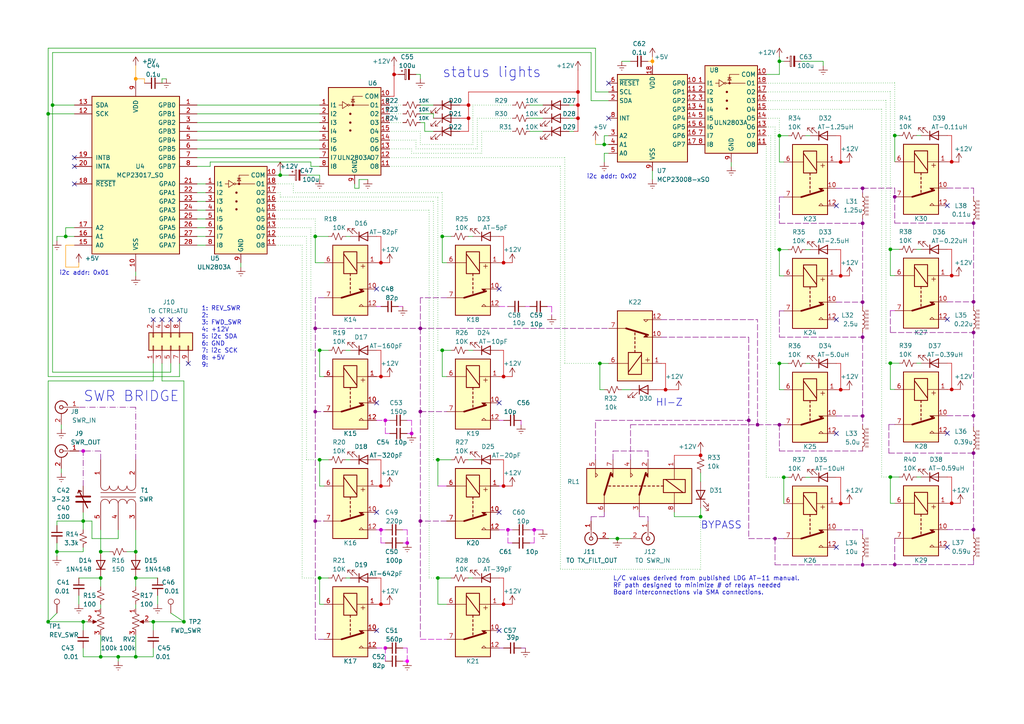
<source format=kicad_sch>
(kicad_sch (version 20231120) (generator "eeschema") (generator_version "8.0")
  (paper "A4")
  (title_block (title "HF Antenna Matching Unit") (rev "2025/01/30"))
  (junction (at 146.05 109.22) (color 194 0 0 1))
  (junction (at 282.3748 64.708) (color 132 0 132 1))
  (junction (at 110.49 153.67) (color 194 0 194 1))
  (junction (at 92.71 167.64))
  (junction (at 226.06 72.39))
  (junction (at 226.06 17.78))
  (junction (at 24.13 130.81) (color 194 0 194 1))
  (junction (at 53.34 180.34))
  (junction (at 114.3 21.59) (color 194 0 0 1))
  (junction (at 250.19 64.77) (color 132 0 132 1))
  (junction (at 276.0248 46.928) (color 194 0 0 1))
  (junction (at 121.92 151.13) (color 132 0 132 1))
  (junction (at 146.05 76.2) (color 194 0 0 1))
  (junction (at 24.13 151.13))
  (junction (at 111.76 187.96) (color 194 0 194 1))
  (junction (at 276.0236 79.9374) (color 194 0 0 1))
  (junction (at 121.92 119.38) (color 132 0 132 1))
  (junction (at 243.84 146.05) (color 194 0 0 1))
  (junction (at 91.44 151.13) (color 132 0 132 1))
  (junction (at 39.37 167.64))
  (junction (at 127 133.35))
  (junction (at 258.2436 72.3174))
  (junction (at 173.99 105.41))
  (junction (at 118.11 157.48) (color 194 0 194 1))
  (junction (at 259.5148 39.308))
  (junction (at 243.84 113.03) (color 194 0 0 1))
  (junction (at 219.71 123.19) (color 132 0 132 1))
  (junction (at 29.21 167.64))
  (junction (at 227.33 138.43))
  (junction (at 92.71 133.35))
  (junction (at 243.84 46.99) (color 194 0 0 1))
  (junction (at 128.27 101.6))
  (junction (at 92.71 101.6))
  (junction (at 276.0236 112.9574) (color 194 0 0 1))
  (junction (at 119.38 125.73) (color 194 0 194 1))
  (junction (at 217.17 121.92) (color 132 0 132 1))
  (junction (at 13.97 180.34))
  (junction (at 258.2436 138.3574))
  (junction (at 154.94 153.67) (color 194 0 194 1))
  (junction (at 29.21 190.5))
  (junction (at 24.13 180.34))
  (junction (at 44.45 180.34))
  (junction (at 39.37 22.86) (color 255 153 0 1))
  (junction (at 282.3646 120.5774) (color 132 0 132 1))
  (junction (at 224.79 156.21) (color 132 0 132 1))
  (junction (at 135.89 30.48) (color 194 0 0 1))
  (junction (at 250.19 120.65) (color 132 0 132 1))
  (junction (at 91.44 68.58))
  (junction (at 226.06 105.41))
  (junction (at 203.2 149.86))
  (junction (at 81.28 50.8))
  (junction (at 146.05 140.97) (color 194 0 0 1))
  (junction (at 276.0236 145.9774) (color 194 0 0 1))
  (junction (at 250.19 163.83) (color 132 0 132 1))
  (junction (at 175.26 41.91))
  (junction (at 167.64 26.67) (color 194 0 0 1))
  (junction (at 259.5148 57.088) (color 132 0 132 1))
  (junction (at 111.76 121.92) (color 194 0 194 1))
  (junction (at 91.44 95.25) (color 132 0 132 1))
  (junction (at 167.64 30.48) (color 194 0 0 1))
  (junction (at 110.49 140.97) (color 194 0 0 1))
  (junction (at 203.2 132.08) (color 194 0 0 1))
  (junction (at 110.49 109.22) (color 194 0 0 1))
  (junction (at 110.49 76.2) (color 194 0 0 1))
  (junction (at 193.04 113.03) (color 194 0 0 1))
  (junction (at 147.32 153.67) (color 194 0 194 1))
  (junction (at 282.3646 131.4148) (color 132 0 132 1))
  (junction (at 15.24 30.48))
  (junction (at 243.84 80.01) (color 194 0 0 1))
  (junction (at 282.3736 87.5574) (color 132 0 132 1))
  (junction (at 13.97 33.02))
  (junction (at 110.49 175.26) (color 194 0 0 1))
  (junction (at 16.51 160.02))
  (junction (at 39.37 190.5))
  (junction (at 118.11 191.77) (color 255 0 255 1))
  (junction (at 250.19 97.79) (color 132 0 132 1))
  (junction (at 282.3736 96.4474) (color 132 0 132 1))
  (junction (at 91.44 119.38) (color 132 0 132 1))
  (junction (at 179.07 156.21))
  (junction (at 135.89 34.29) (color 194 0 0 1))
  (junction (at 250.19 87.63) (color 132 0 132 1))
  (junction (at 121.92 95.25) (color 132 0 132 1))
  (junction (at 128.27 68.58))
  (junction (at 226.06 123.19) (color 132 0 132 1))
  (junction (at 282.3646 153.5974) (color 132 0 132 1))
  (junction (at 29.21 160.02))
  (junction (at 39.37 160.02))
  (junction (at 127 167.64))
  (junction (at 189.23 17.78) (color 255 153 0 1))
  (junction (at 19.05 68.58))
  (junction (at 34.29 190.5))
  (junction (at 226.06 39.37))
  (junction (at 259.5136 163.7574) (color 132 0 132 1))
  (junction (at 146.05 175.26) (color 194 0 0 1))
  (junction (at 258.2436 105.3374))
  (junction (at 250.19 54.61) (color 132 0 132 1))
  (junction (at 167.64 34.29) (color 194 0 0 1))
  (no_connect (at 144.78 182.88))
  (no_connect (at 144.78 116.84))
  (no_connect (at 52.07 92.71))
  (no_connect (at 242.57 59.69))
  (no_connect (at 144.78 148.59))
  (no_connect (at 242.57 92.71))
  (no_connect (at 109.22 182.88))
  (no_connect (at 109.22 83.82))
  (no_connect (at 242.57 158.75))
  (no_connect (at 49.53 92.71))
  (no_connect (at 54.61 105.41))
  (no_connect (at 109.22 116.84))
  (no_connect (at 176.53 24.13))
  (no_connect (at 46.99 92.71))
  (no_connect (at 21.59 45.72))
  (no_connect (at 274.7536 158.6774))
  (no_connect (at 21.59 48.26))
  (no_connect (at 274.7536 125.6574))
  (no_connect (at 44.45 92.71))
  (no_connect (at 109.22 148.59))
  (no_connect (at 242.57 125.73))
  (no_connect (at 274.7536 92.6374))
  (no_connect (at 21.59 53.34))
  (no_connect (at 274.7548 59.628))
  (no_connect (at 144.78 83.82))
  (no_connect (at 176.53 34.29))
  (wire (pts (xy 46.99 110.49) (xy 53.34 110.49)))
  (wire (pts (xy 16.51 151.13) (xy 16.51 152.4)))
  (wire (pts (xy 128.27 68.58) (xy 130.81 68.58)))
  (wire (pts (xy 90.17 101.6) (xy 92.71 101.6)) (stroke (width 0) (type dot)))
  (wire (pts (xy 265.8636 138.3574) (xy 267.1336 138.3574)))
  (wire (pts (xy 110.49 153.67) (xy 111.76 153.67)) (stroke (width 0) (type dash) (color 194 0 194 1)))
  (wire (pts (xy 135.89 26.67) (xy 167.64 26.67)) (stroke (width 0) (color 194 0 0 1)))
  (wire (pts (xy 44.45 180.34) (xy 43.18 180.34)))
  (wire (pts (xy 176.53 39.37) (xy 175.26 39.37)))
  (wire (pts (xy 185.42 149.86) (xy 187.96 149.86)) (stroke (width 0) (type dash) (color 132 0 132 1)))
  (wire (pts (xy 242.57 72.39) (xy 243.84 72.39)) (stroke (width 0) (color 194 0 0 1)))
  (wire (pts (xy 123.19 38.1) (xy 125.73 38.1)))
  (wire (pts (xy 135.89 68.58) (xy 137.16 68.58)))
  (wire (pts (xy 193.04 105.41) (xy 193.04 113.03)) (stroke (width 0) (color 194 0 0 1)))
  (wire (pts (xy 121.92 35.56) (xy 123.19 35.56)))
  (wire (pts (xy 113.03 140.97) (xy 110.49 140.97)) (stroke (width 0) (color 194 0 0 1)))
  (wire (pts (xy 276.0236 112.9574) (xy 278.5636 112.9574)) (stroke (width 0) (color 194 0 0 1)))
  (wire (pts (xy 111.76 191.77) (xy 111.76 187.96)) (stroke (width 0) (type dash) (color 194 0 194 1)))
  (wire (pts (xy 91.44 185.42) (xy 91.44 151.13)) (stroke (width 0) (type dash) (color 132 0 132 1)))
  (wire (pts (xy 24.13 151.13) (xy 16.51 151.13)))
  (wire (pts (xy 243.84 105.41) (xy 243.84 113.03)) (stroke (width 0) (color 194 0 0 1)))
  (wire (pts (xy 57.15 55.88) (xy 59.69 55.88)))
  (wire (pts (xy 146.05 109.22) (xy 148.59 109.22)) (stroke (width 0) (color 194 0 0 1)))
  (wire (pts (xy 144.78 133.35) (xy 146.05 133.35)) (stroke (width 0) (color 194 0 0 1)))
  (wire (pts (xy 111.76 125.73) (xy 111.76 121.92)) (stroke (width 0) (type dash) (color 194 0 194 1)))
  (wire (pts (xy 167.64 26.67) (xy 167.64 30.48)) (stroke (width 0) (color 194 0 0 1)))
  (wire (pts (xy 100.33 167.64) (xy 101.6 167.64)))
  (wire (pts (xy 109.22 68.58) (xy 110.49 68.58)) (stroke (width 0) (color 194 0 0 1)))
  (wire (pts (xy 144.78 101.6) (xy 146.05 101.6)) (stroke (width 0) (color 194 0 0 1)))
  (wire (pts (xy 39.37 153.67) (xy 39.37 160.02)))
  (wire (pts (xy 113.03 125.73) (xy 111.76 125.73)) (stroke (width 0) (type dash) (color 194 0 194 1)))
  (wire (pts (xy 113.03 40.64) (xy 120.65 40.64)) (stroke (width 0) (type dot)))
  (wire (pts (xy 250.19 54.61) (xy 259.5136 54.5374)) (stroke (width 0) (type dash) (color 132 0 132 1)))
  (wire (pts (xy 121.92 22.86) (xy 121.92 21.59)))
  (wire (pts (xy 110.49 157.48) (xy 110.49 153.67)) (stroke (width 0) (type dash) (color 194 0 194 1)))
  (wire (pts (xy 80.01 66.04) (xy 90.17 66.04)) (stroke (width 0) (type dot)))
  (wire (pts (xy 90.17 48.26) (xy 92.71 48.26)))
  (wire (pts (xy 44.45 180.34) (xy 53.34 180.34)))
  (wire (pts (xy 217.17 97.79) (xy 217.17 121.92)) (stroke (width 0) (type dash) (color 132 0 132 1)))
  (wire (pts (xy 29.21 133.35) (xy 29.21 130.81)) (stroke (width 0) (type dash_dot) (color 132 0 132 1)))
  (wire (pts (xy 203.2 165.1) (xy 203.2 149.86)) (stroke (width 0) (type dot)))
  (wire (pts (xy 259.5136 156.1374) (xy 259.5136 163.7574)) (stroke (width 0) (type dash) (color 132 0 132 1)))
  (wire (pts (xy 121.92 38.1) (xy 121.92 41.91)) (stroke (width 0) (type dot)))
  (wire (pts (xy 182.88 133.35) (xy 182.88 123.19)) (stroke (width 0) (type dash) (color 132 0 132 1)))
  (wire (pts (xy 242.57 46.99) (xy 243.84 46.99)) (stroke (width 0) (color 194 0 0 1)))
  (wire (pts (xy 121.92 119.38) (xy 129.54 119.38)) (stroke (width 0) (type dash) (color 132 0 132 1)))
  (wire (pts (xy 34.29 156.21) (xy 34.29 153.67)))
  (wire (pts (xy 128.27 76.2) (xy 129.54 76.2)))
  (wire (pts (xy 120.65 40.64) (xy 120.65 43.18)) (stroke (width 0) (type dot)))
  (wire (pts (xy 104.14 52.07) (xy 106.68 52.07)))
  (wire (pts (xy 217.17 156.21) (xy 224.79 156.21)) (stroke (width 0) (type dash) (color 132 0 132 1)))
  (wire (pts (xy 162.56 48.26) (xy 162.56 165.1)) (stroke (width 0) (type dot)))
  (wire (pts (xy 282.3736 153.5974) (xy 282.3736 154.8674)) (stroke (width 0) (type dash) (color 132 0 132 1)))
  (wire (pts (xy 166.37 38.1) (xy 165.1 38.1)))
  (wire (pts (xy 227.33 17.78) (xy 226.06 17.78)))
  (wire (pts (xy 226.06 113.03) (xy 227.33 113.03)))
  (wire (pts (xy 242.57 54.61) (xy 250.19 54.61)) (stroke (width 0) (type dash) (color 132 0 132 1)))
  (wire (pts (xy 116.84 191.77) (xy 118.11 191.77)) (stroke (width 0) (type dash) (color 194 0 194 1)))
  (wire (pts (xy 81.28 50.8) (xy 83.82 50.8)))
  (wire (pts (xy 121.92 86.36) (xy 121.92 95.25)) (stroke (width 0) (type dash) (color 132 0 132 1)))
  (wire (pts (xy 13.97 109.22) (xy 13.97 33.02)))
  (wire (pts (xy 144.78 76.2) (xy 146.05 76.2)) (stroke (width 0) (color 194 0 0 1)))
  (wire (pts (xy 135.89 30.48) (xy 135.89 26.67)) (stroke (width 0) (color 194 0 0 1)))
  (wire (pts (xy 154.94 157.48) (xy 154.94 153.67)) (stroke (width 0) (type dash) (color 194 0 194 1)))
  (wire (pts (xy 151.13 121.92) (xy 151.13 123.19)) (stroke (width 0) (type dash) (color 194 0 194 1)))
  (wire (pts (xy 226.06 123.19) (xy 226.06 130.81)) (stroke (width 0) (type dash) (color 132 0 132 1)))
  (wire (pts (xy 224.79 156.21) (xy 224.79 163.83)) (stroke (width 0) (type dash) (color 132 0 132 1)))
  (wire (pts (xy 250.19 54.61) (xy 250.19 55.88)) (stroke (width 0) (type dash) (color 132 0 132 1)))
  (wire (pts (xy 258.2436 26.5974) (xy 258.2436 72.3174)) (stroke (width 0) (type dot)))
  (wire (pts (xy 116.84 157.48) (xy 118.11 157.48)) (stroke (width 0) (type dash) (color 194 0 194 1)))
  (wire (pts (xy 138.43 43.18) (xy 138.43 34.29)) (stroke (width 0) (type dot)))
  (wire (pts (xy 153.67 157.48) (xy 154.94 157.48)) (stroke (width 0) (type dash) (color 194 0 194 1)))
  (wire (pts (xy 110.49 109.22) (xy 113.03 109.22)) (stroke (width 0) (color 194 0 0 1)))
  (wire (pts (xy 171.45 151.13) (xy 171.45 149.86)) (stroke (width 0) (type dash) (color 132 0 132 1)))
  (wire (pts (xy 282.3748 54.548) (xy 282.3748 57.088)) (stroke (width 0) (type dash) (color 132 0 132 1)))
  (wire (pts (xy 57.15 71.12) (xy 59.69 71.12)))
  (wire (pts (xy 29.21 160.02) (xy 31.75 160.02)))
  (wire (pts (xy 195.58 133.35) (xy 195.58 132.08)) (stroke (width 0) (color 194 0 0 1)))
  (wire (pts (xy 91.44 151.13) (xy 93.98 151.13)) (stroke (width 0) (type dash) (color 132 0 132 1)))
  (wire (pts (xy 224.79 163.83) (xy 250.19 163.83)) (stroke (width 0) (type dash) (color 132 0 132 1)))
  (wire (pts (xy 171.45 29.21) (xy 171.45 15.24)))
  (wire (pts (xy 110.49 175.26) (xy 113.03 175.26)) (stroke (width 0) (color 194 0 0 1)))
  (wire (pts (xy 153.67 153.67) (xy 154.94 153.67)) (stroke (width 0) (type dash) (color 194 0 194 1)))
  (wire (pts (xy 238.76 17.78) (xy 232.41 17.78)))
  (wire (pts (xy 113.03 45.72) (xy 163.83 45.72)) (stroke (width 0) (type dot)))
  (wire (pts (xy 49.53 177.8) (xy 53.34 180.34)))
  (wire (pts (xy 187.96 149.86) (xy 187.96 151.13)) (stroke (width 0) (type dash) (color 132 0 132 1)))
  (wire (pts (xy 44.45 190.5) (xy 39.37 190.5)))
  (wire (pts (xy 226.06 72.39) (xy 226.06 80.01)))
  (wire (pts (xy 127 133.35) (xy 130.81 133.35)))
  (wire (pts (xy 127 57.15) (xy 81.28 57.15)) (stroke (width 0) (type dot)))
  (wire (pts (xy 146.05 101.6) (xy 146.05 109.22)) (stroke (width 0) (color 194 0 0 1)))
  (wire (pts (xy 282.3736 87.5574) (xy 282.3736 88.8274)) (stroke (width 0) (type dash) (color 132 0 132 1)))
  (wire (pts (xy 128.27 109.22) (xy 128.27 101.6)))
  (wire (pts (xy 81.28 49.53) (xy 81.28 50.8)))
  (wire (pts (xy 93.98 185.42) (xy 91.44 185.42)) (stroke (width 0) (type dash) (color 132 0 132 1)))
  (wire (pts (xy 274.7548 54.548) (xy 282.3748 54.548)) (stroke (width 0) (type dash) (color 132 0 132 1)))
  (wire (pts (xy 44.45 180.34) (xy 44.45 182.88)))
  (wire (pts (xy 29.21 167.64) (xy 22.86 167.64)))
  (wire (pts (xy 16.51 68.58) (xy 19.05 68.58)))
  (wire (pts (xy 19.05 66.04) (xy 19.05 68.58)))
  (wire (pts (xy 92.71 50.8) (xy 92.71 52.07)))
  (wire (pts (xy 172.72 26.67) (xy 172.72 13.97)))
  (wire (pts (xy 91.44 119.38) (xy 91.44 95.25)) (stroke (width 0) (type dash) (color 132 0 132 1)))
  (wire (pts (xy 24.13 151.13) (xy 24.13 153.67)))
  (wire (pts (xy 226.06 46.99) (xy 227.33 46.99)))
  (wire (pts (xy 29.21 184.15) (xy 29.21 190.5)))
  (wire (pts (xy 92.71 167.64) (xy 95.25 167.64)))
  (wire (pts (xy 121.92 95.25) (xy 176.53 95.25)) (stroke (width 0) (type dash) (color 132 0 132 1)))
  (wire (pts (xy 146.05 175.26) (xy 148.59 175.26)) (stroke (width 0) (color 194 0 0 1)))
  (wire (pts (xy 57.15 53.34) (xy 59.69 53.34)))
  (wire (pts (xy 52.07 105.41) (xy 52.07 109.22)))
  (wire (pts (xy 259.5136 54.5374) (xy 259.5148 57.088)) (stroke (width 0) (type dash) (color 132 0 132 1)))
  (wire (pts (xy 276.0248 46.928) (xy 278.1312 47.0006)) (stroke (width 0) (color 194 0 0 1)))
  (wire (pts (xy 121.92 185.42) (xy 129.54 185.42)) (stroke (width 0) (type dash) (color 194 0 194 1)))
  (wire (pts (xy 217.17 121.92) (xy 217.17 156.21)) (stroke (width 0) (type dash) (color 132 0 132 1)))
  (wire (pts (xy 242.57 113.03) (xy 243.84 113.03)) (stroke (width 0) (color 194 0 0 1)))
  (wire (pts (xy 222.25 26.67) (xy 258.2436 26.5974)) (stroke (width 0) (type dot)))
  (wire (pts (xy 39.37 78.74) (xy 39.37 80.01)))
  (wire (pts (xy 189.23 49.53) (xy 189.23 52.07)))
  (wire (pts (xy 128.27 101.6) (xy 130.81 101.6)))
  (wire (pts (xy 233.68 72.39) (xy 234.95 72.39)))
  (wire (pts (xy 148.59 157.48) (xy 147.32 157.48)) (stroke (width 0) (type dash) (color 194 0 194 1)))
  (wire (pts (xy 282.3646 120.5774) (xy 282.3736 120.5774)) (stroke (width 0) (type dash) (color 132 0 132 1)))
  (wire (pts (xy 223.52 39.37) (xy 223.52 105.41)) (stroke (width 0) (type dot)))
  (wire (pts (xy 39.37 160.02) (xy 36.83 160.02)))
  (wire (pts (xy 274.7536 112.9574) (xy 276.0236 112.9574)) (stroke (width 0) (color 194 0 0 1)))
  (wire (pts (xy 242.57 153.67) (xy 250.19 153.67)) (stroke (width 0) (type dash) (color 132 0 132 1)))
  (wire (pts (xy 80.01 50.8) (xy 81.28 50.8)))
  (wire (pts (xy 175.26 113.03) (xy 173.99 113.03)))
  (wire (pts (xy 227.33 90.17) (xy 226.06 90.17)) (stroke (width 0) (type dash) (color 132 0 132 1)))
  (wire (pts (xy 274.7536 145.9774) (xy 276.0236 145.9774)) (stroke (width 0) (color 194 0 0 1)))
  (wire (pts (xy 227.33 138.43) (xy 227.33 146.05)))
  (wire (pts (xy 154.94 153.67) (xy 156.21 153.67)) (stroke (width 0) (color 194 0 194 1)))
  (wire (pts (xy 243.84 80.01) (xy 246.38 80.01)) (stroke (width 0) (color 194 0 0 1)))
  (wire (pts (xy 144.78 175.26) (xy 146.05 175.26)) (stroke (width 0) (color 194 0 0 1)))
  (wire (pts (xy 258.2436 112.9574) (xy 259.5136 112.9574)))
  (wire (pts (xy 57.15 60.96) (xy 59.69 60.96)))
  (wire (pts (xy 137.16 41.91) (xy 137.16 30.48)) (stroke (width 0) (type dot)))
  (wire (pts (xy 129.54 109.22) (xy 128.27 109.22)))
  (wire (pts (xy 57.15 33.02) (xy 92.71 33.02)))
  (wire (pts (xy 135.89 101.6) (xy 137.16 101.6)))
  (wire (pts (xy 242.57 120.65) (xy 250.19 120.65)) (stroke (width 0) (type dash) (color 132 0 132 1)))
  (wire (pts (xy 176.53 105.41) (xy 173.99 105.41)))
  (wire (pts (xy 139.7 44.45) (xy 139.7 38.1)) (stroke (width 0) (type dot)))
  (wire (pts (xy 109.22 175.26) (xy 110.49 175.26)) (stroke (width 0) (color 194 0 0 1)))
  (wire (pts (xy 222.25 138.43) (xy 227.33 138.43)) (stroke (width 0) (type dot)))
  (wire (pts (xy 276.0236 105.3374) (xy 276.0236 112.9574)) (stroke (width 0) (color 194 0 0 1)))
  (wire (pts (xy 250.19 163.83) (xy 250.19 162.56)) (stroke (width 0) (type dash) (color 132 0 132 1)))
  (wire (pts (xy 227.33 138.43) (xy 228.6 138.43)))
  (wire (pts (xy 135.89 38.1) (xy 135.89 34.29)) (stroke (width 0) (color 194 0 0 1)))
  (wire (pts (xy 91.44 95.25) (xy 121.92 95.25)) (stroke (width 0) (type dash) (color 132 0 132 1)))
  (wire (pts (xy 46.99 105.41) (xy 46.99 110.49)))
  (wire (pts (xy 81.28 55.88) (xy 80.01 55.88)) (stroke (width 0) (type dot)))
  (wire (pts (xy 243.84 46.99) (xy 246.38 46.99)) (stroke (width 0) (color 194 0 0 1)))
  (wire (pts (xy 13.97 13.97) (xy 13.97 33.02)))
  (wire (pts (xy 153.67 30.48) (xy 157.48 30.48)))
  (wire (pts (xy 187.96 130.81) (xy 187.96 133.35)) (stroke (width 0) (type dash) (color 132 0 132 1)))
  (wire (pts (xy 163.83 45.72) (xy 163.83 105.41)) (stroke (width 0) (type dot)))
  (wire (pts (xy 124.46 60.96) (xy 124.46 167.64)) (stroke (width 0) (type dot)))
  (wire (pts (xy 16.51 69.85) (xy 16.51 68.58)))
  (wire (pts (xy 222.25 39.37) (xy 223.52 39.37)) (stroke (width 0) (type dot)))
  (wire (pts (xy 87.63 167.64) (xy 92.71 167.64)) (stroke (width 0) (type dot)))
  (wire (pts (xy 282.3748 64.708) (xy 282.3736 87.5574)) (stroke (width 0) (type dash) (color 132 0 132 1)))
  (wire (pts (xy 144.78 88.9) (xy 147.32 88.9)) (stroke (width 0) (type dash) (color 194 0 194 1)))
  (wire (pts (xy 24.13 158.75) (xy 24.13 160.02)))
  (wire (pts (xy 87.63 71.12) (xy 87.63 167.64)) (stroke (width 0) (type dot)))
  (wire (pts (xy 172.72 40.64) (xy 172.72 41.91)) (stroke (width 0) (color 255 153 0 1)))
  (wire (pts (xy 57.15 43.18) (xy 92.71 43.18)))
  (wire (pts (xy 16.51 177.8) (xy 13.97 180.34)))
  (wire (pts (xy 242.57 105.41) (xy 243.84 105.41)) (stroke (width 0) (color 194 0 0 1)))
  (wire (pts (xy 193.04 113.03) (xy 196.85 113.03)) (stroke (width 0) (color 194 0 0 1)))
  (wire (pts (xy 109.22 167.64) (xy 110.49 167.64)) (stroke (width 0) (color 194 0 0 1)))
  (wire (pts (xy 255.7036 138.3574) (xy 258.2436 138.3574)) (stroke (width 0) (type dot)))
  (wire (pts (xy 195.58 148.59) (xy 195.58 149.86)))
  (wire (pts (xy 39.37 19.05) (xy 39.37 22.86)) (stroke (width 0) (color 255 153 0 1)))
  (wire (pts (xy 109.22 76.2) (xy 110.49 76.2)) (stroke (width 0) (color 194 0 0 1)))
  (wire (pts (xy 257.81 131.4148) (xy 282.3646 131.4148)) (stroke (width 0) (type dash) (color 132 0 132 1)))
  (wire (pts (xy 175.26 39.37) (xy 175.26 41.91)))
  (wire (pts (xy 24.13 140.97) (xy 24.13 130.81)) (stroke (width 0) (type dash_dot) (color 132 0 132 1)))
  (wire (pts (xy 222.25 31.75) (xy 255.7036 31.6774)) (stroke (width 0) (type dot)))
  (wire (pts (xy 259.5136 90.0974) (xy 258.2436 90.0974)) (stroke (width 0) (type dash) (color 194 0 194 1)))
  (wire (pts (xy 57.15 68.58) (xy 59.69 68.58)))
  (wire (pts (xy 226.06 105.41) (xy 228.6 105.41)))
  (wire (pts (xy 34.29 190.5) (xy 29.21 190.5)))
  (wire (pts (xy 109.22 109.22) (xy 110.49 109.22)) (stroke (width 0) (color 194 0 0 1)))
  (wire (pts (xy 120.65 43.18) (xy 138.43 43.18)) (stroke (width 0) (type dot)))
  (wire (pts (xy 90.17 46.99) (xy 90.17 48.26)))
  (wire (pts (xy 258.2436 90.0974) (xy 258.2436 96.4474)) (stroke (width 0) (type dash) (color 132 0 132 1)))
  (wire (pts (xy 203.2 139.7) (xy 203.2 137.16)))
  (wire (pts (xy 123.19 35.56) (xy 123.19 38.1)))
  (wire (pts (xy 127 167.64) (xy 130.81 167.64)))
  (wire (pts (xy 276.0236 138.3574) (xy 276.0236 145.9774)) (stroke (width 0) (color 194 0 0 1)))
  (wire (pts (xy 127 140.97) (xy 129.54 140.97)) (stroke (width 0) (color 194 0 194 1)))
  (wire (pts (xy 88.9 133.35) (xy 92.71 133.35)) (stroke (width 0) (type dot)))
  (wire (pts (xy 144.78 153.67) (xy 147.32 153.67)) (stroke (width 0) (type dash) (color 194 0 194 1)))
  (wire (pts (xy 226.06 90.17) (xy 226.06 97.79)) (stroke (width 0) (type dash) (color 132 0 132 1)))
  (wire (pts (xy 222.25 29.21) (xy 256.9736 29.1374)) (stroke (width 0) (type dot)))
  (wire (pts (xy 195.58 132.08) (xy 203.2 132.08)) (stroke (width 0) (color 194 0 0 1)))
  (wire (pts (xy 127 133.35) (xy 127 140.97)))
  (wire (pts (xy 226.06 72.39) (xy 228.6 72.39)))
  (wire (pts (xy 258.2436 79.9374) (xy 259.5136 79.9374)))
  (wire (pts (xy 167.64 20.32) (xy 167.64 26.67)) (stroke (width 0) (color 194 0 0 1)))
  (wire (pts (xy 85.09 53.34) (xy 85.09 55.88)) (stroke (width 0) (type dot)))
  (wire (pts (xy 258.2436 105.3374) (xy 258.2436 112.9574)))
  (wire (pts (xy 144.78 68.58) (xy 146.05 68.58)) (stroke (width 0) (color 194 0 0 1)))
  (wire (pts (xy 81.28 57.15) (xy 81.28 55.88)) (stroke (width 0) (type dot)))
  (wire (pts (xy 121.92 151.13) (xy 121.92 185.42)) (stroke (width 0) (type dash) (color 132 0 132 1)))
  (wire (pts (xy 224.79 36.83) (xy 224.79 72.39)) (stroke (width 0) (type dot)))
  (wire (pts (xy 125.73 58.42) (xy 125.73 133.35)) (stroke (width 0) (type dot)))
  (wire (pts (xy 92.71 140.97) (xy 93.98 140.97)))
  (wire (pts (xy 91.44 63.5) (xy 91.44 68.58)) (stroke (width 0) (type dot)))
  (wire (pts (xy 274.7548 39.308) (xy 276.0248 39.308)) (stroke (width 0) (color 194 0 0 1)))
  (wire (pts (xy 146.05 140.97) (xy 148.59 140.97)) (stroke (width 0) (color 194 0 0 1)))
  (wire (pts (xy 259.5136 163.7574) (xy 250.19 163.83)) (stroke (width 0) (type dash) (color 132 0 132 1)))
  (wire (pts (xy 57.15 30.48) (xy 92.71 30.48)))
  (wire (pts (xy 119.38 43.18) (xy 119.38 44.45)) (stroke (width 0) (type dot)))
  (wire (pts (xy 80.01 71.12) (xy 87.63 71.12)) (stroke (width 0) (type dot)))
  (wire (pts (xy 25.4 180.34) (xy 24.13 180.34)))
  (wire (pts (xy 175.26 149.86) (xy 175.26 148.59)) (stroke (width 0) (type dash) (color 132 0 132 1)))
  (wire (pts (xy 158.75 88.9) (xy 160.02 88.9)) (stroke (width 0) (type dash) (color 194 0 194 1)))
  (wire (pts (xy 138.43 34.29) (xy 148.59 34.29)) (stroke (width 0) (type dot)))
  (wire (pts (xy 147.32 153.67) (xy 148.59 153.67)) (stroke (width 0) (type dash) (color 194 0 194 1)))
  (wire (pts (xy 162.56 165.1) (xy 203.2 165.1)) (stroke (width 0) (type dot)))
  (wire (pts (xy 227.33 156.21) (xy 224.79 156.21)) (stroke (width 0) (type dash) (color 132 0 132 1)))
  (wire (pts (xy 226.06 39.37) (xy 226.06 46.99)))
  (wire (pts (xy 219.71 123.19) (xy 219.71 92.71)) (stroke (width 0) (type dash) (color 132 0 132 1)))
  (wire (pts (xy 222.25 24.13) (xy 259.5136 24.0574)) (stroke (width 0) (type dot)))
  (wire (pts (xy 226.06 97.79) (xy 250.19 97.79)) (stroke (width 0) (type dash) (color 132 0 132 1)))
  (wire (pts (xy 109.22 140.97) (xy 110.49 140.97)) (stroke (width 0) (color 194 0 0 1)))
  (wire (pts (xy 92.71 133.35) (xy 95.25 133.35)))
  (wire (pts (xy 282.3646 131.4148) (xy 282.3646 153.5974)) (stroke (width 0) (type dash) (color 132 0 132 1)))
  (wire (pts (xy 226.06 34.29) (xy 226.06 39.37)) (stroke (width 0) (type dot)))
  (wire (pts (xy 282.3736 162.4874) (xy 282.3736 163.7574)) (stroke (width 0) (type dash) (color 132 0 132 1)))
  (wire (pts (xy 113.03 48.26) (xy 162.56 48.26)) (stroke (width 0) (type dot)))
  (wire (pts (xy 255.7036 31.6774) (xy 255.7036 138.3574)) (stroke (width 0) (type dot)))
  (wire (pts (xy 167.64 34.29) (xy 166.37 34.29)) (stroke (width 0) (color 194 0 0 1)))
  (wire (pts (xy 146.05 68.58) (xy 146.05 76.2)) (stroke (width 0) (color 194 0 0 1)))
  (wire (pts (xy 110.49 133.35) (xy 110.49 140.97)) (stroke (width 0) (color 194 0 0 1)))
  (wire (pts (xy 191.77 105.41) (xy 193.04 105.41)) (stroke (width 0) (color 194 0 0 1)))
  (wire (pts (xy 189.23 19.05) (xy 189.23 17.78)) (stroke (width 0) (color 255 153 0 1)))
  (wire (pts (xy 121.92 119.38) (xy 121.92 151.13)) (stroke (width 0) (type dash) (color 132 0 132 1)))
  (wire (pts (xy 24.13 190.5) (xy 24.13 187.96)))
  (wire (pts (xy 172.72 121.92) (xy 217.17 121.92)) (stroke (width 0) (type dash) (color 132 0 132 1)))
  (wire (pts (xy 26.67 151.13) (xy 24.13 151.13)))
  (wire (pts (xy 57.15 45.72) (xy 92.71 45.72)))
  (wire (pts (xy 171.45 15.24) (xy 15.24 15.24)))
  (wire (pts (xy 250.19 97.79) (xy 250.19 120.65)) (stroke (width 0) (type dash) (color 132 0 132 1)))
  (wire (pts (xy 256.9736 29.1374) (xy 256.9736 105.3374)) (stroke (width 0) (type dot)))
  (wire (pts (xy 144.78 109.22) (xy 146.05 109.22)) (stroke (width 0) (color 194 0 0 1)))
  (wire (pts (xy 227.33 123.19) (xy 226.06 123.19)) (stroke (width 0) (type dash) (color 132 0 132 1)))
  (wire (pts (xy 57.15 58.42) (xy 59.69 58.42)))
  (wire (pts (xy 52.07 109.22) (xy 13.97 109.22)))
  (wire (pts (xy 219.71 123.19) (xy 226.06 123.19)) (stroke (width 0) (type dash) (color 132 0 132 1)))
  (wire (pts (xy 144.78 121.92) (xy 146.05 121.92)) (stroke (width 0) (type dash) (color 194 0 194 1)))
  (wire (pts (xy 222.25 41.91) (xy 222.25 138.43)) (stroke (width 0) (type dot)))
  (wire (pts (xy 121.92 95.25) (xy 121.92 119.38)) (stroke (width 0) (type dash) (color 132 0 132 1)))
  (wire (pts (xy 274.7536 138.3574) (xy 276.0236 138.3574)) (stroke (width 0) (color 194 0 0 1)))
  (wire (pts (xy 259.5136 123.1174) (xy 257.81 123.1174)) (stroke (width 0) (type dash) (color 132 0 132 1)))
  (wire (pts (xy 274.7536 105.3374) (xy 276.0236 105.3374)) (stroke (width 0) (color 194 0 0 1)))
  (wire (pts (xy 226.06 16.51) (xy 226.06 17.78)))
  (wire (pts (xy 92.71 133.35) (xy 92.71 140.97)))
  (wire (pts (xy 44.45 105.41) (xy 44.45 110.49)))
  (wire (pts (xy 110.49 76.2) (xy 113.03 76.2)) (stroke (width 0) (color 194 0 0 1)))
  (wire (pts (xy 256.9736 105.3374) (xy 258.2436 105.3374)) (stroke (width 0) (type dot)))
  (wire (pts (xy 135.89 30.48) (xy 135.89 34.29)) (stroke (width 0) (color 194 0 0 1)))
  (wire (pts (xy 250.19 87.63) (xy 250.19 88.9)) (stroke (width 0) (type dash) (color 132 0 132 1)))
  (wire (pts (xy 242.57 39.37) (xy 243.84 39.37)) (stroke (width 0) (color 194 0 0 1)))
  (wire (pts (xy 92.71 109.22) (xy 93.98 109.22)))
  (wire (pts (xy 151.13 187.96) (xy 152.4 187.96)) (stroke (width 0) (color 132 0 132 1)))
  (wire (pts (xy 265.8648 39.308) (xy 267.1348 39.308)))
  (wire (pts (xy 259.5148 64.708) (xy 282.3748 64.708)) (stroke (width 0) (type dash) (color 132 0 132 1)))
  (wire (pts (xy 129.54 86.36) (xy 121.92 86.36)) (stroke (width 0) (type dash) (color 132 0 132 1)))
  (wire (pts (xy 258.2436 72.3174) (xy 258.2436 79.9374)))
  (wire (pts (xy 113.03 30.48) (xy 116.84 30.48)) (stroke (width 0) (type dot)))
  (wire (pts (xy 39.37 175.26) (xy 39.37 176.53)))
  (wire (pts (xy 125.73 33.02) (xy 121.92 33.02)))
  (wire (pts (xy 274.7536 87.5574) (xy 282.3736 87.5574)) (stroke (width 0) (type dash) (color 132 0 132 1)))
  (wire (pts (xy 91.44 119.38) (xy 93.98 119.38)) (stroke (width 0) (type dash) (color 132 0 132 1)))
  (wire (pts (xy 226.06 105.41) (xy 226.06 113.03)))
  (wire (pts (xy 172.72 133.35) (xy 172.72 121.92)) (stroke (width 0) (type dash) (color 132 0 132 1)))
  (wire (pts (xy 69.85 76.2) (xy 69.85 77.47)))
  (wire (pts (xy 146.05 133.35) (xy 146.05 140.97)) (stroke (width 0) (color 194 0 0 1)))
  (wire (pts (xy 258.2436 96.4474) (xy 282.3736 96.4474)) (stroke (width 0) (type dash) (color 132 0 132 1)))
  (wire (pts (xy 222.25 34.29) (xy 226.06 34.29)) (stroke (width 0) (type dot)))
  (wire (pts (xy 185.42 148.59) (xy 185.42 149.86)) (stroke (width 0) (type dash) (color 132 0 132 1)))
  (wire (pts (xy 92.71 175.26) (xy 93.98 175.26)))
  (wire (pts (xy 166.37 34.29) (xy 165.1 34.29)))
  (wire (pts (xy 160.02 88.9) (xy 160.02 91.44)) (stroke (width 0) (type dash) (color 194 0 194 1)))
  (wire (pts (xy 49.53 107.95) (xy 15.24 107.95)))
  (wire (pts (xy 19.05 77.47) (xy 22.86 77.47)) (stroke (width 0) (color 255 153 0 1)))
  (wire (pts (xy 242.57 80.01) (xy 243.84 80.01)) (stroke (width 0) (color 194 0 0 1)))
  (wire (pts (xy 39.37 133.35) (xy 39.37 118.11)) (stroke (width 0) (type dash_dot) (color 132 0 132 1)))
  (wire (pts (xy 167.64 38.1) (xy 166.37 38.1)) (stroke (width 0) (color 194 0 0 1)))
  (wire (pts (xy 153.67 88.9) (xy 152.4 88.9)) (stroke (width 0) (type dash) (color 194 0 194 1)))
  (wire (pts (xy 118.11 121.92) (xy 119.38 121.92)) (stroke (width 0) (type dash) (color 194 0 194 1)))
  (wire (pts (xy 175.26 44.45) (xy 175.26 46.99)))
  (wire (pts (xy 179.07 156.21) (xy 182.88 156.21)))
  (wire (pts (xy 90.17 66.04) (xy 90.17 101.6)) (stroke (width 0) (type dot)))
  (wire (pts (xy 153.67 38.1) (xy 157.48 38.1)))
  (wire (pts (xy 282.3646 153.5974) (xy 282.3736 153.5974)) (stroke (width 0) (type dash) (color 132 0 132 1)))
  (wire (pts (xy 243.84 72.39) (xy 243.84 80.01)) (stroke (width 0) (color 194 0 0 1)))
  (wire (pts (xy 91.44 151.13) (xy 91.44 119.38)) (stroke (width 0) (type dash) (color 132 0 132 1)))
  (wire (pts (xy 282.3736 163.7574) (xy 259.5136 163.7574)) (stroke (width 0) (type dash) (color 132 0 132 1)))
  (wire (pts (xy 182.88 113.03) (xy 180.34 113.03)))
  (wire (pts (xy 29.21 130.81) (xy 24.13 130.81)) (stroke (width 0) (type dash_dot) (color 132 0 132 1)))
  (wire (pts (xy 29.21 190.5) (xy 24.13 190.5)))
  (wire (pts (xy 24.13 180.34) (xy 24.13 182.88)))
  (wire (pts (xy 190.5 113.03) (xy 193.04 113.03)) (stroke (width 0) (color 194 0 0 1)))
  (wire (pts (xy 250.19 96.52) (xy 250.19 97.79)) (stroke (width 0) (type dash) (color 132 0 132 1)))
  (wire (pts (xy 80.01 58.42) (xy 125.73 58.42)) (stroke (width 0) (type dot)))
  (wire (pts (xy 44.45 187.96) (xy 44.45 190.5)))
  (wire (pts (xy 147.32 153.67) (xy 147.32 157.48)) (stroke (width 0) (type dash) (color 194 0 194 1)))
  (wire (pts (xy 177.8 130.81) (xy 187.96 130.81)) (stroke (width 0) (type dash) (color 132 0 132 1)))
  (wire (pts (xy 26.67 156.21) (xy 26.67 151.13)))
  (wire (pts (xy 133.35 30.48) (xy 135.89 30.48)) (stroke (width 0) (color 194 0 0 1)))
  (wire (pts (xy 19.05 71.12) (xy 19.05 77.47)) (stroke (width 0) (color 255 153 0 1)))
  (wire (pts (xy 118.11 125.73) (xy 119.38 125.73)) (stroke (width 0) (type dash) (color 194 0 194 1)))
  (wire (pts (xy 226.06 39.37) (xy 228.6 39.37)))
  (wire (pts (xy 195.58 149.86) (xy 203.2 149.86)))
  (wire (pts (xy 243.84 146.05) (xy 246.38 146.05)) (stroke (width 0) (color 194 0 0 1)))
  (wire (pts (xy 102.87 53.34) (xy 102.87 54.61)))
  (wire (pts (xy 163.83 105.41) (xy 173.99 105.41)) (stroke (width 0) (type dot)))
  (wire (pts (xy 258.2436 105.3374) (xy 260.7836 105.3374)))
  (wire (pts (xy 111.76 157.48) (xy 110.49 157.48)) (stroke (width 0) (type dash) (color 194 0 194 1)))
  (wire (pts (xy 222.25 36.83) (xy 224.79 36.83)) (stroke (width 0) (type dot)))
  (wire (pts (xy 49.53 105.41) (xy 49.53 107.95)))
  (wire (pts (xy 257.81 123.1174) (xy 257.81 131.4148)) (stroke (width 0) (type dash) (color 132 0 132 1)))
  (wire (pts (xy 189.23 17.78) (xy 187.96 17.78)) (stroke (width 0) (color 255 153 0 1)))
  (wire (pts (xy 104.14 54.61) (xy 104.14 52.07)))
  (wire (pts (xy 282.3736 96.4474) (xy 282.3736 120.5774)) (stroke (width 0) (type dash) (color 132 0 132 1)))
  (wire (pts (xy 111.76 121.92) (xy 113.03 121.92)) (stroke (width 0) (type dash) (color 194 0 194 1)))
  (wire (pts (xy 118.11 157.48) (xy 118.11 153.67)) (stroke (width 0) (type dash) (color 194 0 194 1)))
  (wire (pts (xy 258.2436 145.9774) (xy 259.5136 145.9774)))
  (wire (pts (xy 121.92 21.59) (xy 120.65 21.59)))
  (wire (pts (xy 88.9 50.8) (xy 92.71 50.8)))
  (wire (pts (xy 135.89 167.64) (xy 137.16 167.64)))
  (wire (pts (xy 171.45 149.86) (xy 175.26 149.86)) (stroke (width 0) (type dash) (color 132 0 132 1)))
  (wire (pts (xy 259.5148 57.088) (xy 259.5148 64.708)) (stroke (width 0) (type dash) (color 132 0 132 1)))
  (wire (pts (xy 57.15 66.04) (xy 59.69 66.04)))
  (wire (pts (xy 91.44 86.36) (xy 91.44 95.25)) (stroke (width 0) (type dash) (color 132 0 132 1)))
  (wire (pts (xy 276.0236 79.9374) (xy 278.13 80.01)) (stroke (width 0) (color 194 0 0 1)))
  (wire (pts (xy 22.86 172.72) (xy 22.86 175.26)))
  (wire (pts (xy 191.77 97.79) (xy 217.17 97.79)) (stroke (width 0) (type dash) (color 132 0 132 1)))
  (wire (pts (xy 13.97 180.34) (xy 24.13 180.34)))
  (wire (pts (xy 276.0236 72.3174) (xy 276.0236 79.9374)) (stroke (width 0) (color 194 0 0 1)))
  (wire (pts (xy 29.21 175.26) (xy 29.21 176.53)))
  (wire (pts (xy 226.06 17.78) (xy 226.06 21.59)))
  (wire (pts (xy 258.2436 138.3574) (xy 260.7836 138.3574)))
  (wire (pts (xy 242.57 146.05) (xy 243.84 146.05)) (stroke (width 0) (color 194 0 0 1)))
  (wire (pts (xy 39.37 118.11) (xy 22.86 118.11)) (stroke (width 0) (type dash_dot) (color 132 0 132 1)))
  (wire (pts (xy 274.7536 72.3174) (xy 276.0236 72.3174)) (stroke (width 0) (color 194 0 0 1)))
  (wire (pts (xy 172.72 41.91) (xy 175.26 41.91)))
  (wire (pts (xy 250.19 64.77) (xy 250.19 87.63)) (stroke (width 0) (type dash) (color 132 0 132 1)))
  (wire (pts (xy 34.29 191.77) (xy 34.29 190.5)))
  (wire (pts (xy 13.97 13.97) (xy 172.72 13.97)))
  (wire (pts (xy 250.19 120.65) (xy 250.19 123.19)) (stroke (width 0) (type dash) (color 132 0 132 1)))
  (wire (pts (xy 16.51 157.48) (xy 16.51 160.02)))
  (wire (pts (xy 34.29 156.21) (xy 26.67 156.21)))
  (wire (pts (xy 226.06 80.01) (xy 227.33 80.01)))
  (wire (pts (xy 15.24 30.48) (xy 21.59 30.48)))
  (wire (pts (xy 233.68 138.43) (xy 234.95 138.43)))
  (wire (pts (xy 29.21 153.67) (xy 29.21 160.02)))
  (wire (pts (xy 16.51 160.02) (xy 16.51 161.29)))
  (wire (pts (xy 88.9 68.58) (xy 88.9 133.35)) (stroke (width 0) (type dot)))
  (wire (pts (xy 57.15 38.1) (xy 92.71 38.1)))
  (wire (pts (xy 13.97 110.49) (xy 44.45 110.49)))
  (wire (pts (xy 113.03 43.18) (xy 119.38 43.18)) (stroke (width 0) (type dot)))
  (wire (pts (xy 144.78 187.96) (xy 146.05 187.96)) (stroke (width 0) (color 132 0 132 1)))
  (wire (pts (xy 242.57 138.43) (xy 243.84 138.43)) (stroke (width 0) (color 194 0 0 1)))
  (wire (pts (xy 109.22 121.92) (xy 111.76 121.92)) (stroke (width 0) (type dash) (color 194 0 194 1)))
  (wire (pts (xy 22.86 77.47) (xy 22.86 76.2)) (stroke (width 0) (color 255 153 0 1)))
  (wire (pts (xy 41.91 22.86) (xy 39.37 22.86)) (stroke (width 0) (color 255 153 0 1)))
  (wire (pts (xy 258.2436 72.3174) (xy 260.7836 72.3174)))
  (wire (pts (xy 102.87 54.61) (xy 104.14 54.61)))
  (wire (pts (xy 100.33 101.6) (xy 101.6 101.6)))
  (wire (pts (xy 80.01 60.96) (xy 124.46 60.96)) (stroke (width 0) (type dot)))
  (wire (pts (xy 176.53 44.45) (xy 175.26 44.45)))
  (wire (pts (xy 39.37 167.64) (xy 39.37 170.18)))
  (wire (pts (xy 17.78 123.19) (xy 17.78 124.46)))
  (wire (pts (xy 156.21 153.67) (xy 157.48 153.67)) (stroke (width 0) (type dash) (color 194 0 194 1)))
  (wire (pts (xy 24.13 148.59) (xy 24.13 151.13)))
  (wire (pts (xy 274.7548 46.928) (xy 276.0248 46.928)) (stroke (width 0) (color 194 0 0 1)))
  (wire (pts (xy 113.03 33.02) (xy 116.84 33.02)) (stroke (width 0) (type dot)))
  (wire (pts (xy 144.78 140.97) (xy 146.05 140.97)) (stroke (width 0) (color 194 0 194 1)))
  (wire (pts (xy 166.37 30.48) (xy 165.1 30.48)))
  (wire (pts (xy 250.19 153.67) (xy 250.19 154.94)) (stroke (width 0) (type dash) (color 132 0 132 1)))
  (wire (pts (xy 243.84 39.37) (xy 243.84 46.99)) (stroke (width 0) (color 194 0 0 1)))
  (wire (pts (xy 114.3 21.59) (xy 114.3 27.94)) (stroke (width 0) (color 194 0 0 1)))
  (wire (pts (xy 133.35 38.1) (xy 135.89 38.1)) (stroke (width 0) (color 194 0 0 1)))
  (wire (pts (xy 212.09 46.99) (xy 212.09 48.26)))
  (wire (pts (xy 125.73 30.48) (xy 121.92 30.48)))
  (wire (pts (xy 15.24 15.24) (xy 15.24 30.48)))
  (wire (pts (xy 128.27 55.88) (xy 128.27 68.58)) (stroke (width 0) (type dot)))
  (wire (pts (xy 127 175.26) (xy 129.54 175.26)))
  (wire (pts (xy 258.2436 138.3574) (xy 258.2436 145.9774)))
  (wire (pts (xy 259.5148 39.308) (xy 259.5148 46.928)))
  (wire (pts (xy 85.09 55.88) (xy 128.27 55.88)) (stroke (width 0) (type dot)))
  (wire (pts (xy 167.64 30.48) (xy 167.64 34.29)) (stroke (width 0) (color 194 0 0 1)))
  (wire (pts (xy 118.11 191.77) (xy 118.11 187.96)) (stroke (width 0) (type dash) (color 194 0 194 1)))
  (wire (pts (xy 282.3646 120.5774) (xy 282.3646 123.7948)) (stroke (width 0) (type dash) (color 132 0 132 1)))
  (wire (pts (xy 223.52 105.41) (xy 226.06 105.41)) (stroke (width 0) (type dot)))
  (wire (pts (xy 146.05 76.2) (xy 148.59 76.2)) (stroke (width 0) (color 194 0 0 1)))
  (wire (pts (xy 177.8 133.35) (xy 177.8 130.81)) (stroke (width 0) (type dash) (color 132 0 132 1)))
  (wire (pts (xy 129.54 151.13) (xy 121.92 151.13)) (stroke (width 0) (type dash) (color 132 0 132 1)))
  (wire (pts (xy 15.24 107.95) (xy 15.24 30.48)))
  (wire (pts (xy 91.44 76.2) (xy 93.98 76.2)))
  (wire (pts (xy 172.72 26.67) (xy 176.53 26.67)))
  (wire (pts (xy 24.13 130.81) (xy 22.86 130.81)) (stroke (width 0) (type dash_dot) (color 132 0 132 1)))
  (wire (pts (xy 92.71 101.6) (xy 92.71 109.22)))
  (wire (pts (xy 80.01 68.58) (xy 88.9 68.58)) (stroke (width 0) (type dot)))
  (wire (pts (xy 189.23 16.51) (xy 189.23 17.78)) (stroke (width 0) (color 255 153 0 1)))
  (wire (pts (xy 265.8636 105.3374) (xy 267.1336 105.3374)))
  (wire (pts (xy 115.57 21.59) (xy 114.3 21.59)) (stroke (width 0) (color 194 0 0 1)))
  (wire (pts (xy 128.27 68.58) (xy 128.27 76.2)))
  (wire (pts (xy 167.64 30.48) (xy 166.37 30.48)) (stroke (width 0) (color 194 0 0 1)))
  (wire (pts (xy 242.57 87.63) (xy 250.19 87.63)) (stroke (width 0) (type dash) (color 132 0 132 1)))
  (wire (pts (xy 227.33 57.15) (xy 226.06 57.15)) (stroke (width 0) (type dash) (color 132 0 132 1)))
  (wire (pts (xy 224.79 72.39) (xy 226.06 72.39)) (stroke (width 0) (type dot)))
  (wire (pts (xy 226.06 57.15) (xy 226.06 64.77)) (stroke (width 0) (type dash) (color 132 0 132 1)))
  (wire (pts (xy 167.64 38.1) (xy 167.64 34.29)) (stroke (width 0) (color 194 0 0 1)))
  (wire (pts (xy 173.99 105.41) (xy 173.99 113.03)))
  (wire (pts (xy 39.37 184.15) (xy 39.37 190.5)))
  (wire (pts (xy 13.97 33.02) (xy 21.59 33.02)))
  (wire (pts (xy 114.3 27.94) (xy 113.03 27.94)) (stroke (width 0) (color 194 0 0 1)))
  (wire (pts (xy 233.68 105.41) (xy 234.95 105.41)))
  (wire (pts (xy 60.96 48.26) (xy 60.96 46.99)))
  (wire (pts (xy 57.15 63.5) (xy 59.69 63.5)))
  (wire (pts (xy 109.22 153.67) (xy 110.49 153.67)) (stroke (width 0) (type dash) (color 194 0 194 1)))
  (wire (pts (xy 139.7 38.1) (xy 148.59 38.1)) (stroke (width 0) (type dot)))
  (wire (pts (xy 93.98 86.36) (xy 91.44 86.36)) (stroke (width 0) (type dash) (color 132 0 132 1)))
  (wire (pts (xy 146.05 167.64) (xy 146.05 175.26)) (stroke (width 0) (color 194 0 0 1)))
  (wire (pts (xy 226.06 130.81) (xy 250.19 130.81)) (stroke (width 0) (type dash) (color 132 0 132 1)))
  (wire (pts (xy 238.76 19.05) (xy 238.76 17.78)))
  (wire (pts (xy 153.67 34.29) (xy 157.48 34.29)))
  (wire (pts (xy 24.13 160.02) (xy 16.51 160.02)))
  (wire (pts (xy 274.7536 120.5774) (xy 282.3646 120.5774)) (stroke (width 0) (type dash) (color 132 0 132 1)))
  (wire (pts (xy 121.92 41.91) (xy 137.16 41.91)) (stroke (width 0) (type dot)))
  (wire (pts (xy 53.34 110.49) (xy 53.34 180.34)))
  (wire (pts (xy 276.0248 39.308) (xy 276.0248 46.928)) (stroke (width 0) (color 194 0 0 1)))
  (wire (pts (xy 203.2 147.32) (xy 203.2 149.86)))
  (wire (pts (xy 48.26 22.86) (xy 46.99 22.86)))
  (wire (pts (xy 109.22 101.6) (xy 110.49 101.6)) (stroke (width 0) (color 194 0 0 1)))
  (wire (pts (xy 92.71 101.6) (xy 95.25 101.6)))
  (wire (pts (xy 80.01 63.5) (xy 91.44 63.5)) (stroke (width 0) (type dot)))
  (wire (pts (xy 144.78 167.64) (xy 146.05 167.64)) (stroke (width 0) (color 194 0 0 1)))
  (wire (pts (xy 276.0236 145.9774) (xy 278.5636 145.9774)) (stroke (width 0) (color 194 0 0 1)))
  (wire (pts (xy 57.15 35.56) (xy 92.71 35.56)))
  (wire (pts (xy 127 101.6) (xy 128.27 101.6)) (stroke (width 0) (type dot)))
  (wire (pts (xy 171.45 29.21) (xy 176.53 29.21)))
  (wire (pts (xy 274.7536 79.9374) (xy 276.0236 79.9374)) (stroke (width 0) (color 194 0 0 1)))
  (wire (pts (xy 203.2 130.81) (xy 203.2 132.08)) (stroke (width 0) (color 194 0 0 1)))
  (wire (pts (xy 176.53 156.21) (xy 179.07 156.21)))
  (wire (pts (xy 114.3 19.05) (xy 114.3 21.59)) (stroke (width 0) (color 194 0 0 1)))
  (wire (pts (xy 119.38 125.73) (xy 119.38 121.92)) (stroke (width 0) (type dash) (color 194 0 194 1)))
  (wire (pts (xy 226.06 64.77) (xy 250.19 64.77)) (stroke (width 0) (type dash) (color 132 0 132 1)))
  (wire (pts (xy 91.44 68.58) (xy 95.25 68.58)))
  (wire (pts (xy 127 101.6) (xy 127 57.15)) (stroke (width 0) (type dot)))
  (wire (pts (xy 80.01 53.34) (xy 85.09 53.34)) (stroke (width 0) (type dot)))
  (wire (pts (xy 116.84 153.67) (xy 118.11 153.67)) (stroke (width 0) (type dash) (color 194 0 194 1)))
  (wire (pts (xy 125.73 34.29) (xy 125.73 33.02)))
  (wire (pts (xy 250.19 63.5) (xy 250.19 64.77)) (stroke (width 0) (type dash) (color 132 0 132 1)))
  (wire (pts (xy 29.21 167.64) (xy 29.21 170.18)))
  (wire (pts (xy 113.03 38.1) (xy 121.92 38.1)) (stroke (width 0) (type dot)))
  (wire (pts (xy 115.57 88.9) (xy 116.84 88.9)) (stroke (width 0) (type dash) (color 194 0 194 1)))
  (wire (pts (xy 21.59 71.12) (xy 19.05 71.12)) (stroke (width 0) (color 255 153 0 1)))
  (wire (pts (xy 57.15 40.64) (xy 92.71 40.64)))
  (wire (pts (xy 46.99 22.86) (xy 46.99 24.13)))
  (wire (pts (xy 265.8636 72.3174) (xy 267.1336 72.3174)))
  (wire (pts (xy 110.49 167.64) (xy 110.49 175.26)) (stroke (width 0) (color 194 0 0 1)))
  (wire (pts (xy 92.71 167.64) (xy 92.71 175.26)))
  (wire (pts (xy 17.78 135.89) (xy 17.78 137.16)))
  (wire (pts (xy 274.7536 153.5974) (xy 282.3646 153.5974)) (stroke (width 0) (type dash) (color 132 0 132 1)))
  (wire (pts (xy 13.97 110.49) (xy 13.97 180.34)))
  (wire (pts (xy 45.72 167.64) (xy 39.37 167.64)))
  (wire (pts (xy 41.91 22.86) (xy 41.91 24.13)) (stroke (width 0) (color 255 153 0 1)))
  (wire (pts (xy 226.06 21.59) (xy 222.25 21.59)))
  (wire (pts (xy 57.15 48.26) (xy 60.96 48.26)))
  (wire (pts (xy 91.44 68.58) (xy 91.44 76.2)))
  (wire (pts (xy 119.38 44.45) (xy 139.7 44.45)) (stroke (width 0) (type dot)))
  (wire (pts (xy 182.88 123.19) (xy 219.71 123.19)) (stroke (width 0) (type dash) (color 132 0 132 1)))
  (wire (pts (xy 246.38 113.03) (xy 243.84 113.03)) (stroke (width 0) (color 194 0 0 1)))
  (wire (pts (xy 60.96 46.99) (xy 90.17 46.99)))
  (wire (pts (xy 39.37 190.5) (xy 34.29 190.5)))
  (wire (pts (xy 137.16 30.48) (xy 148.59 30.48)) (stroke (width 0) (type dot)))
  (wire (pts (xy 127 167.64) (xy 127 175.26)))
  (wire (pts (xy 116.84 187.96) (xy 118.11 187.96)) (stroke (width 0) (type dash) (color 194 0 194 1)))
  (wire (pts (xy 191.77 92.71) (xy 219.71 92.71)) (stroke (width 0) (type dash) (color 132 0 132 1)))
  (wire (pts (xy 243.84 138.43) (xy 243.84 146.05)) (stroke (width 0) (color 194 0 0 1)))
  (wire (pts (xy 110.49 101.6) (xy 110.49 109.22)) (stroke (width 0) (color 194 0 0 1)))
  (wire (pts (xy 21.59 66.04) (xy 19.05 66.04)))
  (wire (pts (xy 100.33 68.58) (xy 101.6 68.58)))
  (wire (pts (xy 100.33 133.35) (xy 101.6 133.35)))
  (wire (pts (xy 133.35 34.29) (xy 135.89 34.29)) (stroke (width 0) (color 194 0 0 1)))
  (wire (pts (xy 109.22 133.35) (xy 110.49 133.35)) (stroke (width 0) (color 194 0 0 1)))
  (wire (pts (xy 109.22 88.9) (xy 110.49 88.9)) (stroke (width 0) (type dash) (color 194 0 194 1)))
  (wire (pts (xy 45.72 172.72) (xy 45.72 175.26)))
  (wire (pts (xy 21.59 68.58) (xy 19.05 68.58)))
  (wire (pts (xy 180.34 17.78) (xy 182.88 17.78)))
  (wire (pts (xy 233.68 39.37) (xy 234.95 39.37)))
  (wire (pts (xy 124.46 167.64) (xy 127 167.64)) (stroke (width 0) (type dot)))
  (wire (pts (xy 125.73 133.35) (xy 127 133.35)) (stroke (width 0) (type dot)))
  (wire (pts (xy 116.84 35.56) (xy 113.03 35.56)) (stroke (width 0) (type dot)))
  (wire (pts (xy 259.5136 24.0574) (xy 259.5148 39.308)) (stroke (width 0) (type dot)))
  (wire (pts (xy 175.26 41.91) (xy 176.53 41.91)))
  (wire (pts (xy 259.5148 39.308) (xy 260.7848 39.308)))
  (wire (pts (xy 109.22 187.96) (xy 111.76 187.96)) (stroke (width 0) (type dash) (color 194 0 194 1)))
  (wire (pts (xy 110.49 68.58) (xy 110.49 76.2)) (stroke (width 0) (color 194 0 0 1)))
  (wire (pts (xy 135.89 133.35) (xy 137.16 133.35)))
  (text "1: REV_SWR\n2:\n3: FWD_SWR\n4: +12V\n5: i2c SDA\n6: GND\n7: i2c SCK\n8: +5V\n9:" (at 58.42 106.68 0) (effects (font (size 1.27 1.27)) (justify left bottom)))
  (text "i2c addr: 0x02" (at 170.18 52.07 0) (effects (font (size 1.27 1.27)) (justify left bottom)))
  (text "SWR BRIDGE" (at 52.07 116.84 0) (effects (font (size 3 3)) (justify right bottom)))
  (text "i2c addr: 0x01" (at 31.75 80.01 0) (effects (font (size 1.27 1.27)) (justify right bottom)))
  (text "status lights" (at 128.27 22.86 0) (effects (font (size 3 3)) (justify left bottom)))
  (text "L/C values derived from published LDG AT-11 manual.\nRF path designed to minimize # of relays needed\nBoard interconnections via SMA connections." (at 177.8 172.72 0) (effects (font (size 1.27 1.27)) (justify left bottom)))
  (text "BYPASS" (at 203.2 153.67 0) (effects (font (size 2.1 2.1)) (justify left bottom)))
  (text "HI-Z" (at 198.12 118.11 0) (effects (font (size 2.1 2.1)) (justify right bottom)))
  (symbol (lib_id "power:Earth") (at 118.11 191.77 0) (unit 1)
    (property "Reference" "#PWR069" (effects (hide yes)))
    (property "Value" "Earth" (effects (hide yes)))
  )
  (symbol (lib_id "power:Earth") (at 45.72 175.26 0) (mirror y) (unit 1)
    (property "Reference" "#PWR058" (effects (hide yes)))
    (property "Value" "Earth" (effects (hide yes)))
  )
  (symbol (lib_id "power:+12V") (at 278.1312 47.0006 0) (unit 1)
    (property "Reference" "#PWR097" (effects (hide yes)))
    (property "Value" "+12V" (at 279.4012 43.1906 0))
  )
  (symbol (lib_id "Device:C_Small") (at 115.57 125.73 90) (unit 1)
    (property "Reference" "C54" (at 113.03 128.27 90) (effects (justify left)))
    (property "Value" "10p" (at 118.11 128.27 90) (effects (justify left)))
  )
  (symbol (lib_id "Device:C_Small") (at 114.3 157.48 90) (unit 1)
    (property "Reference" "C50" (at 115.57 160.02 90) (effects (justify left)))
    (property "Value" "100p" (at 116.84 162.56 90) (effects (justify left)))
  )
  (symbol (lib_id "Device:C_Small") (at 115.57 121.92 90) (unit 1)
    (property "Reference" "C53" (at 116.84 116.84 90) (effects (justify left)))
    (property "Value" "150p" (at 118.11 119.38 90) (effects (justify left)))
  )
  (symbol (lib_id "Device:LED") (at 270.9436 72.3174 0) (mirror x) (unit 1)
    (property "Reference" "D36" (at 274.32 67.31 0) (effects (justify right)))
    (property "Value" "AT-0.22uH" (at 280.67 69.85 0) (effects (justify right)))
  )
  (symbol (lib_id "Device:LED") (at 140.97 101.6 0) (mirror x) (unit 1)
    (property "Reference" "D24" (at 142.24 96.52 0) (effects (justify right)))
    (property "Value" "AT-10pF" (at 147.32 99.06 0) (effects (justify right)))
  )
  (symbol (lib_id "power:Earth") (at 16.51 161.29 0) (mirror y) (unit 1)
    (property "Reference" "#PWR049" (effects (hide yes)))
    (property "Value" "Earth" (effects (hide yes)))
  )
  (symbol (lib_id "Connector:Conn_Coaxial") (at 187.96 156.21 270) (unit 1)
    (property "Reference" "J12" (at 186.69 160.02 90) (effects (justify left)))
    (property "Value" "TO SWR_IN" (at 184.15 162.56 90) (effects (justify left)))
    (property "Datasheet" " ~" (effects (hide yes)))
  )
  (symbol (lib_id "power:+5V") (at 39.37 19.05 0) (unit 1)
    (property "Reference" "#PWR057" (effects (hide yes)))
    (property "Value" "+5V" (at 43.18 17.78 0))
  )
  (symbol (lib_id "power:+12V") (at 81.28 49.53 0) (unit 1)
    (property "Reference" "#PWR060" (effects (hide yes)))
    (property "Value" "+12V" (at 83.82 48.26 0))
  )
  (symbol (lib_id "Connector:TestPoint") (at 49.53 177.8 0) (mirror y) (unit 1)
    (property "Reference" "TP2" (at 58.42 180.34 0) (effects (justify left)))
    (property "Value" "FWD_SWR" (at 58.42 182.88 0) (effects (justify left)))
  )
  (symbol (lib_id "Device:R_Small_US") (at 231.14 39.37 90) (unit 1)
    (property "Reference" "R34" (at 232.41 34.29 90) (effects (justify left)))
    (property "Value" "10K" (at 232.41 36.83 90) (effects (justify left)))
  )
  (symbol (lib_id "Device:LED") (at 140.97 133.35 0) (mirror x) (unit 1)
    (property "Reference" "D25" (at 143.51 129.54 0) (effects (justify right)))
    (property "Value" "AT-20pF" (at 151.13 132.08 0) (effects (justify right)))
  )
  (symbol (lib_id "power:Earth") (at 121.92 22.86 0) (unit 1)
    (property "Reference" "#PWR071" (effects (hide yes)))
    (property "Value" "Earth" (effects (hide yes)))
  )
  (symbol (lib_id "Device:L_Ferrite") (at 282.3736 158.6774 0) (unit 1)
    (property "Reference" "L37" (at 276.0236 157.4074 0) (effects (justify left)))
    (property "Value" "0.59u" (at 276.0236 159.9474 0) (effects (justify left)))
  )
  (symbol (lib_id "Device:L_Ferrite") (at 282.3736 92.6374 0) (unit 1)
    (property "Reference" "L35" (at 276.86 91.44 0) (effects (justify left)))
    (property "Value" "0.22u" (at 276.6446 93.9671 0) (effects (justify left)))
  )
  (symbol (lib_id "power:+5V") (at 172.72 40.64 0) (unit 1)
    (property "Reference" "#PWR081" (effects (hide yes)))
    (property "Value" "+5V" (at 173.99 36.83 0))
  )
  (symbol (lib_id "Device:R_Small_US") (at 263.3236 138.3574 90) (unit 1)
    (property "Reference" "R40" (at 265.8636 133.2774 90) (effects (justify left)))
    (property "Value" "10K" (at 265.8636 135.8174 90) (effects (justify left)))
  )
  (symbol (lib_id "Transistor_Array:ULN2803A") (at 212.09 29.21 0) (unit 1)
    (property "Reference" "U8" (at 205.74 20.32 0) (effects (justify left)))
    (property "Value" "ULN2803A" (at 207.01 35.56 0) (effects (justify left)))
    (property "Datasheet" "http://www.ti.com/lit/ds/symlink/uln2803a.pdf" (effects (hide yes)))
  )
  (symbol (lib_id "Device:R_Small_US") (at 151.13 30.48 90) (unit 1)
    (property "Reference" "R29" (at 147.32 29.21 90) (effects (justify left)))
    (property "Value" "10K" (at 156.21 29.21 90) (effects (justify left)))
  )
  (symbol (lib_id "power:+12V") (at 246.38 146.05 0) (unit 1)
    (property "Reference" "#PWR095" (effects (hide yes)))
    (property "Value" "+12V" (at 247.65 142.24 0))
  )
  (symbol (lib_id "power:Earth") (at 189.23 52.07 0) (unit 1)
    (property "Reference" "#PWR086" (effects (hide yes)))
    (property "Value" "Earth" (effects (hide yes)))
  )
  (symbol (lib_id "power:Earth") (at 175.26 46.99 0) (mirror y) (unit 1)
    (property "Reference" "#PWR083" (effects (hide yes)))
    (property "Value" "Earth" (effects (hide yes)))
  )
  (symbol (lib_id "Device:R_Small_US") (at 203.2 134.62 0) (unit 1)
    (property "Reference" "R33" (at 205.105 132.715 0) (effects (justify left)))
    (property "Value" "10k" (at 205.105 135.255 0) (effects (justify left)))
  )
  (symbol (lib_id "Connector:Conn_Coaxial") (at 171.45 156.21 90) (mirror x) (unit 1)
    (property "Reference" "J11" (at 172.72 160.02 90) (effects (justify left)))
    (property "Value" "TO TX_FILT_OUT" (at 179.07 162.56 90) (effects (justify left)))
    (property "Datasheet" " ~" (effects (hide yes)))
  )
  (symbol (lib_id "Device:L_Ferrite") (at 282.3646 127.6048 0) (unit 1)
    (property "Reference" "L36" (at 276.851 125.1374 0) (effects (justify left)))
    (property "Value" "0.39u" (at 276.5924 128.214 0) (effects (justify left)))
  )
  (symbol (lib_id "Relay:G6E") (at 137.16 146.05 270) (unit 1)
    (property "Reference" "K20" (at 137.16 157.48 90))
    (property "Value" "G6E" (effects (hide yes)))
    (property "Footprint" "Relay_THT:Relay_SPDT_Omron_G6E" (effects (hide yes)))
    (property "Datasheet" "https://www.omron.com/ecb/products/pdf/en-g6e.pdf" (effects (hide yes)))
  )
  (symbol (lib_id "Device:LED") (at 105.41 167.64 0) (mirror x) (unit 1)
    (property "Reference" "D19" (at 106.68 163.83 0) (effects (justify right)))
    (property "Value" "AT-642pF" (at 116.84 166.37 0) (effects (justify right)))
  )
  (symbol (lib_id "Diode:1N4148") (at 39.37 163.83 270) (mirror x) (unit 1)
    (property "Reference" "D15" (at 45.72 162.56 90) (effects (justify right)))
    (property "Value" "1N4148" (at 49.53 165.1 90) (effects (justify right)))
    (property "Footprint" "Diode_THT:D_DO-35_SOD27_P7.62mm_Horizontal" (effects (hide yes)))
    (property "Datasheet" "https://assets.nexperia.com/documents/data-sheet/1N4148_1N4448.pdf" (effects (hide yes)))
  )
  (symbol (lib_id "Device:C_Small") (at 24.13 185.42 0) (mirror y) (unit 1)
    (property "Reference" "C43" (at 21.59 187.96 0) (effects (justify left)))
    (property "Value" "0.01" (at 22.86 190.5 0) (effects (justify left)))
  )
  (symbol (lib_id "Device:C_Small") (at 114.3 191.77 90) (unit 1)
    (property "Reference" "C52" (at 111.76 190.5 90) (effects (justify left)))
    (property "Value" "82p" (at 111.76 193.04 90) (effects (justify left)))
  )
  (symbol (lib_id "Device:R_Small_US") (at 263.3236 105.3374 90) (unit 1)
    (property "Reference" "R39" (at 264.5936 100.2574 90) (effects (justify left)))
    (property "Value" "10K" (at 264.5936 102.7974 90) (effects (justify left)))
  )
  (symbol (lib_id "Device:LED") (at 238.76 138.43 0) (mirror x) (unit 1)
    (property "Reference" "D35" (at 240.03 133.35 0) (effects (justify right)))
    (property "Value" "AT-10uH" (at 245.11 135.89 0) (effects (justify right)))
  )
  (symbol (lib_id "Device:LED") (at 129.54 30.48 0) (unit 1)
    (property "Reference" "D20" (at 132.08 29.21 0))
    (property "Value" "LED" (effects (hide yes)))
  )
  (symbol (lib_id "power:+12V") (at 226.06 16.51 0) (unit 1)
    (property "Reference" "#PWR091" (effects (hide yes)))
    (property "Value" "+12V" (at 219.71 15.24 0) (effects (justify left)))
  )
  (symbol (lib_id "Relay:G6E") (at 267.1336 85.0174 270) (unit 1)
    (property "Reference" "K27" (at 267.1336 96.4474 90))
    (property "Value" "G6E" (effects (hide yes)))
    (property "Footprint" "Relay_THT:Relay_SPDT_Omron_G6E" (effects (hide yes)))
    (property "Datasheet" "https://www.omron.com/ecb/products/pdf/en-g6e.pdf" (effects (hide yes)))
  )
  (symbol (lib_id "Device:LED") (at 105.41 101.6 0) (mirror x) (unit 1)
    (property "Reference" "D17" (at 106.68 97.79 0) (effects (justify right)))
    (property "Value" "AT-160pF" (at 116.84 100.33 0) (effects (justify right)))
  )
  (symbol (lib_id "power:+12V") (at 278.5636 145.9774 0) (unit 1)
    (property "Reference" "#PWR099" (effects (hide yes)))
    (property "Value" "+12V" (at 278.5636 142.1674 0))
  )
  (symbol (lib_id "power:+12V") (at 246.38 113.03 0) (unit 1)
    (property "Reference" "#PWR094" (effects (hide yes)))
    (property "Value" "+12V" (at 246.38 109.22 0))
  )
  (symbol (lib_id "Device:LED") (at 161.29 34.29 0) (unit 1)
    (property "Reference" "D28" (at 165.1 33.02 0))
    (property "Value" "LED" (effects (hide yes)))
  )
  (symbol (lib_id "Device:C_Small") (at 185.42 17.78 90) (mirror x) (unit 1)
    (property "Reference" "C62" (at 185.42 12.7 90))
    (property "Value" "0.1u" (at 185.42 15.24 90))
    (property "Footprint" "Capacitor_THT:C_Disc_D4.7mm_W2.5mm_P5.00mm" (effects (hide yes)))
  )
  (symbol (lib_id "Device:R_Small_US") (at 119.38 30.48 90) (unit 1)
    (property "Reference" "R22" (at 115.57 29.21 90) (effects (justify left)))
    (property "Value" "10K" (at 124.46 29.21 90) (effects (font (size 1 1)) (justify left)))
  )
  (symbol (lib_id "power:Earth") (at 69.85 77.47 0) (unit 1)
    (property "Reference" "#PWR059" (effects (hide yes)))
    (property "Value" "Earth" (effects (hide yes)))
  )
  (symbol (lib_id "Relay:G6E") (at 137.16 180.34 270) (unit 1)
    (property "Reference" "K21" (at 137.16 191.77 90))
    (property "Value" "G6E" (effects (hide yes)))
    (property "Footprint" "Relay_THT:Relay_SPDT_Omron_G6E" (effects (hide yes)))
    (property "Datasheet" "https://www.omron.com/ecb/products/pdf/en-g6e.pdf" (effects (hide yes)))
  )
  (symbol (lib_id "Device:C_Small") (at 156.21 88.9 90) (unit 1)
    (property "Reference" "C59" (at 157.48 91.44 90) (effects (justify left)))
    (property "Value" "10p" (at 157.48 93.98 90) (effects (justify left)))
  )
  (symbol (lib_name "1N4148_1") (lib_id "Diode:1N4148") (at 29.21 163.83 270) (mirror x) (unit 1)
    (property "Reference" "D14" (at 26.67 162.56 90) (effects (justify right)))
    (property "Value" "1N4148" (at 26.67 165.1 90) (effects (justify right)))
    (property "Footprint" "Diode_THT:D_DO-35_SOD27_P7.62mm_Horizontal" (effects (hide yes)))
    (property "Datasheet" "https://assets.nexperia.com/documents/data-sheet/1N4148_1N4448.pdf" (effects (hide yes)))
    (property "Sim.Device" "D" (effects (hide yes)))
    (property "Sim.Pins" "1=K 2=A" (effects (hide yes)))
  )
  (symbol (lib_id "Connector_Generic:Conn_2Rows-09Pins") (at 49.53 100.33 90) (unit 1)
    (property "Reference" "J10" (at 50.8 87.63 90) (effects (justify left)))
    (property "Value" "To CTRL:ATU" (at 54.61 90.17 90) (effects (justify left)))
  )
  (symbol (lib_id "Device:C_Polarized_Small") (at 229.87 17.78 90) (mirror x) (unit 1)
    (property "Reference" "C63" (at 233.68 16.51 90))
    (property "Value" "100u" (at 233.68 19.05 90))
  )
  (symbol (lib_id "Device:R_Small_US") (at 263.3248 39.308 90) (unit 1)
    (property "Reference" "R41" (at 264.5948 34.228 90) (effects (justify left)))
    (property "Value" "10K" (at 264.5948 36.768 90) (effects (justify left)))
  )
  (symbol (lib_id "Device:R_Small_US") (at 177.8 113.03 90) (mirror x) (unit 1)
    (property "Reference" "R32" (at 179.07 115.57 90) (effects (justify left)))
    (property "Value" "10k" (at 179.07 118.11 90) (effects (justify left)))
  )
  (symbol (lib_id "Device:C_Small") (at 148.59 121.92 90) (unit 1)
    (property "Reference" "C56" (at 149.86 116.84 90) (effects (justify right)))
    (property "Value" "10p" (at 149.86 119.38 90) (effects (justify left)))
  )
  (symbol (lib_id "Relay:G6E") (at 234.95 85.09 270) (unit 1)
    (property "Reference" "K24" (at 234.95 96.52 90))
    (property "Value" "G6E" (effects (hide yes)))
    (property "Footprint" "Relay_THT:Relay_SPDT_Omron_G6E" (effects (hide yes)))
    (property "Datasheet" "https://www.omron.com/ecb/products/pdf/en-g6e.pdf" (effects (hide yes)))
  )
  (symbol (lib_id "Relay:G6E") (at 234.95 118.11 270) (unit 1)
    (property "Reference" "K25" (at 234.95 129.54 90))
    (property "Value" "G6E" (effects (hide yes)))
    (property "Footprint" "Relay_THT:Relay_SPDT_Omron_G6E" (effects (hide yes)))
    (property "Datasheet" "https://www.omron.com/ecb/products/pdf/en-g6e.pdf" (effects (hide yes)))
  )
  (symbol (lib_id "Device:LED") (at 140.97 167.64 0) (mirror x) (unit 1)
    (property "Reference" "D26" (at 142.24 162.56 0) (effects (justify right)))
    (property "Value" "AT-39pF" (at 148.59 165.1 0) (effects (justify right)))
  )
  (symbol (lib_id "Device:LED") (at 203.2 143.51 90) (unit 1)
    (property "Reference" "D31" (at 205.74 142.24 90) (effects (justify right)))
    (property "Value" "Bypass-Red" (effects (hide yes)))
  )
  (symbol (lib_id "Device:R_Small_US") (at 34.29 160.02 90) (mirror x) (unit 1)
    (property "Reference" "R16" (at 34.29 162.56 90))
    (property "Value" "150" (at 34.29 165.1 90))
  )
  (symbol (lib_id "Relay:G6E") (at 267.1336 118.0374 270) (unit 1)
    (property "Reference" "K28" (at 267.1336 129.4674 90))
    (property "Value" "G6E" (effects (hide yes)))
    (property "Footprint" "Relay_THT:Relay_SPDT_Omron_G6E" (effects (hide yes)))
    (property "Datasheet" "https://www.omron.com/ecb/products/pdf/en-g6e.pdf" (effects (hide yes)))
  )
  (symbol (lib_id "Interface_Expansion:MCP23017_SO") (at 39.37 50.8 0) (unit 1)
    (property "Reference" "U4" (at 40.64 48.26 0))
    (property "Value" "MCP23017_SO" (at 40.64 50.8 0))
    (property "Footprint" "Package_SO:SOIC-28W_7.5x17.9mm_P1.27mm" (effects (hide yes)))
    (property "Datasheet" "http://ww1.microchip.com/downloads/en/DeviceDoc/20001952C.pdf" (effects (hide yes)))
  )
  (symbol (lib_id "Device:R_Small_US") (at 97.79 101.6 90) (unit 1)
    (property "Reference" "R19" (at 100.33 96.52 90) (effects (justify left)))
    (property "Value" "10K" (at 100.33 99.06 90) (effects (justify left)))
  )
  (symbol (lib_id "Device:R_Small_US") (at 151.13 38.1 90) (unit 1)
    (property "Reference" "R31" (at 148.59 36.83 90) (effects (justify left)))
    (property "Value" "10K" (at 156.21 36.83 90) (effects (justify left)))
  )
  (symbol (lib_id "power:Earth") (at 17.78 124.46 0) (mirror y) (unit 1)
    (property "Reference" "#PWR050" (effects (hide yes)))
    (property "Value" "Earth" (effects (hide yes)))
  )
  (symbol (lib_id "Device:R_Small_US") (at 133.35 133.35 90) (unit 1)
    (property "Reference" "R27" (at 135.89 128.27 90) (effects (justify left)))
    (property "Value" "10K" (at 135.89 130.81 90) (effects (justify left)))
  )
  (symbol (lib_id "power:+12V") (at 113.03 76.2 0) (unit 1)
    (property "Reference" "#PWR062" (effects (hide yes)))
    (property "Value" "+12V" (at 113.03 72.39 0))
  )
  (symbol (lib_id "power:+12V") (at 203.2 130.81 0) (unit 1)
    (property "Reference" "#PWR088" (effects (hide yes)))
    (property "Value" "+12V" (at 199.39 129.54 0))
  )
  (symbol (lib_id "Transistor_Array:ULN2803A") (at 102.87 35.56 0) (unit 1)
    (property "Reference" "U6" (at 106.68 24.13 0) (effects (justify left)))
    (property "Value" "ULN2803A" (at 97.79 45.72 0) (effects (justify left)))
    (property "Datasheet" "http://www.ti.com/lit/ds/symlink/uln2803a.pdf" (effects (hide yes)))
  )
  (symbol (lib_id "Relay:G6E") (at 234.95 52.07 270) (unit 1)
    (property "Reference" "K23" (at 234.95 63.5 90))
    (property "Value" "G6E" (effects (hide yes)))
    (property "Footprint" "Relay_THT:Relay_SPDT_Omron_G6E" (effects (hide yes)))
    (property "Datasheet" "https://www.omron.com/ecb/products/pdf/en-g6e.pdf" (effects (hide yes)))
  )
  (symbol (lib_id "power:Earth") (at 118.11 157.48 0) (unit 1)
    (property "Reference" "#PWR068" (effects (hide yes)))
    (property "Value" "Earth" (effects (hide yes)))
  )
  (symbol (lib_id "Device:C_Small") (at 44.45 24.13 270) (unit 1)
    (property "Reference" "C44" (at 44.45 19.05 90))
    (property "Value" "0.1u" (at 44.45 21.59 90))
    (property "Footprint" "Capacitor_THT:C_Disc_D4.7mm_W2.5mm_P5.00mm" (effects (hide yes)))
  )
  (symbol (lib_id "Device:R_Small_US") (at 231.14 105.41 90) (unit 1)
    (property "Reference" "R36" (at 232.41 100.33 90) (effects (justify left)))
    (property "Value" "10K" (at 232.41 102.87 90) (effects (justify left)))
  )
  (symbol (lib_id "Device:LED") (at 238.76 39.37 0) (mirror x) (unit 1)
    (property "Reference" "D32" (at 241.3 34.29 0) (effects (justify right)))
    (property "Value" "AT-1.25uH" (at 247.65 36.83 0) (effects (justify right)))
  )
  (symbol (lib_id "Device:L_Ferrite") (at 250.19 92.71 0) (mirror x) (unit 1)
    (property "Reference" "L32" (at 247.65 91.44 0) (effects (justify right)))
    (property "Value" "2.5u" (at 248.92 93.98 0) (effects (justify right)))
  )
  (symbol (lib_id "Relay:G6E") (at 137.16 81.28 270) (unit 1)
    (property "Reference" "K18" (at 137.16 92.71 90))
    (property "Value" "G6E" (effects (hide yes)))
    (property "Footprint" "Relay_THT:Relay_SPDT_Omron_G6E" (effects (hide yes)))
    (property "Datasheet" "https://www.omron.com/ecb/products/pdf/en-g6e.pdf" (effects (hide yes)))
  )
  (symbol (lib_id "Device:C_Small") (at 114.3 187.96 90) (unit 1)
    (property "Reference" "C51" (at 115.57 182.88 90) (effects (justify left)))
    (property "Value" "560p" (at 116.84 185.42 90) (effects (justify left)))
  )
  (symbol (lib_id "Device:LED") (at 270.9448 39.308 0) (mirror x) (unit 1)
    (property "Reference" "D39" (at 274.32 34.29 0) (effects (justify right)))
    (property "Value" "AT-0.11uH" (at 280.67 36.83 0) (effects (justify right)))
  )
  (symbol (lib_id "Device:LED") (at 105.41 68.58 0) (mirror x) (unit 1)
    (property "Reference" "D16" (at 106.68 64.77 0) (effects (justify right)))
    (property "Value" "AT-82pF" (at 115.57 67.31 0) (effects (justify right)))
  )
  (symbol (lib_id "power:Earth") (at 48.26 22.86 0) (mirror y) (unit 1)
    (property "Reference" "#PWR054" (effects (hide yes)))
    (property "Value" "Earth" (effects (hide yes)))
  )
  (symbol (lib_id "power:Earth") (at 212.09 48.26 0) (unit 1)
    (property "Reference" "#PWR090" (effects (hide yes)))
    (property "Value" "Earth" (effects (hide yes)))
  )
  (symbol (lib_id "power:+12V") (at 167.64 20.32 0) (unit 1)
    (property "Reference" "#PWR080" (effects (hide yes)))
    (property "Value" "+12V" (at 161.29 19.05 0) (effects (justify left)))
  )
  (symbol (lib_id "Relay:G6E") (at 267.1348 52.008 270) (unit 1)
    (property "Reference" "K30" (at 267.1348 63.438 90))
    (property "Value" "G6E" (effects (hide yes)))
    (property "Footprint" "Relay_THT:Relay_SPDT_Omron_G6E" (effects (hide yes)))
    (property "Datasheet" "https://www.omron.com/ecb/products/pdf/en-g6e.pdf" (effects (hide yes)))
  )
  (symbol (lib_id "Device:R_Small_US") (at 119.38 33.02 90) (unit 1)
    (property "Reference" "R23" (at 115.57 31.75 90) (effects (justify left)))
    (property "Value" "10K" (at 124.46 31.75 90) (effects (font (size 1 1)) (justify left)))
  )
  (symbol (lib_id "Device:R_Small_US") (at 151.13 34.29 90) (unit 1)
    (property "Reference" "R30" (at 147.32 33.02 90) (effects (justify left)))
    (property "Value" "10K" (at 156.21 33.02 90) (effects (justify left)))
  )
  (symbol (lib_id "Relay:G6E") (at 234.95 151.13 270) (unit 1)
    (property "Reference" "K26" (at 234.95 162.56 90))
    (property "Value" "G6E" (effects (hide yes)))
    (property "Footprint" "Relay_THT:Relay_SPDT_Omron_G6E" (effects (hide yes)))
    (property "Datasheet" "https://www.omron.com/ecb/products/pdf/en-g6e.pdf" (effects (hide yes)))
  )
  (symbol (lib_id "power:Earth") (at 180.34 17.78 0) (unit 1)
    (property "Reference" "#PWR082" (effects (hide yes)))
    (property "Value" "Earth" (effects (hide yes)))
  )
  (symbol (lib_id "Device:R_Small_US") (at 24.13 156.21 0) (mirror y) (unit 1)
    (property "Reference" "R14" (at 22.86 154.94 0) (effects (justify left)))
    (property "Value" "3.3k" (at 22.86 157.48 0) (effects (justify left)))
  )
  (symbol (lib_id "Device:R_Small_US") (at 263.3236 72.3174 90) (unit 1)
    (property "Reference" "R38" (at 264.5936 67.2374 90) (effects (justify left)))
    (property "Value" "10K" (at 264.5936 69.7774 90) (effects (justify left)))
  )
  (symbol (lib_id "power:Earth") (at 116.84 88.9 0) (unit 1)
    (property "Reference" "#PWR067" (effects (hide yes)))
    (property "Value" "Earth" (effects (hide yes)))
  )
  (symbol (lib_id "Device:C_Variable") (at 24.13 144.78 0) (mirror y) (unit 1)
    (property "Reference" "C42" (at 20.32 142.24 0) (effects (justify left)))
    (property "Value" "3-23" (at 20.32 144.78 0) (effects (justify left)))
  )
  (symbol (lib_id "Relay:G6E") (at 267.1336 151.0574 270) (unit 1)
    (property "Reference" "K29" (at 267.1336 162.4874 90))
    (property "Value" "G6E" (effects (hide yes)))
    (property "Footprint" "Relay_THT:Relay_SPDT_Omron_G6E" (effects (hide yes)))
    (property "Datasheet" "https://www.omron.com/ecb/products/pdf/en-g6e.pdf" (effects (hide yes)))
  )
  (symbol (lib_id "Device:L_Ferrite") (at 282.3748 60.898 0) (unit 1)
    (property "Reference" "L38" (at 276.8612 59.7006 0) (effects (justify left)))
    (property "Value" "0.11u" (at 276.0248 62.168 0) (effects (justify left)))
  )
  (symbol (lib_id "Device:LED") (at 161.29 30.48 0) (unit 1)
    (property "Reference" "D27" (at 165.1 29.21 0))
    (property "Value" "LED" (effects (hide yes)))
  )
  (symbol (lib_id "power:Earth") (at 17.78 137.16 0) (unit 1)
    (property "Reference" "#PWR051" (effects (hide yes)))
    (property "Value" "Earth" (effects (hide yes)))
  )
  (symbol (lib_id "Relay:G6E") (at 137.16 114.3 270) (unit 1)
    (property "Reference" "K19" (at 137.16 125.73 90))
    (property "Value" "G6E" (effects (hide yes)))
    (property "Footprint" "Relay_THT:Relay_SPDT_Omron_G6E" (effects (hide yes)))
    (property "Datasheet" "https://www.omron.com/ecb/products/pdf/en-g6e.pdf" (effects (hide yes)))
  )
  (symbol (lib_id "power:Earth") (at 22.86 175.26 0) (mirror y) (unit 1)
    (property "Reference" "#PWR053" (effects (hide yes)))
    (property "Value" "Earth" (effects (hide yes)))
  )
  (symbol (lib_id "power:+5V") (at 189.23 16.51 0) (unit 1)
    (property "Reference" "#PWR085" (effects (hide yes)))
    (property "Value" "+5V" (at 191.77 16.51 0))
  )
  (symbol (lib_id "power:+5V") (at 22.86 76.2 0) (unit 1)
    (property "Reference" "#PWR052" (effects (hide yes)))
    (property "Value" "+5V" (at 26.67 74.93 0))
  )
  (symbol (lib_id "Device:LED") (at 238.76 105.41 0) (mirror x) (unit 1)
    (property "Reference" "D34" (at 241.3 100.33 0) (effects (justify right)))
    (property "Value" "AT-5.0uH" (at 246.38 102.87 0) (effects (justify right)))
  )
  (symbol (lib_id "Connector:Conn_Coaxial") (at 17.78 118.11 0) (mirror y) (unit 1)
    (property "Reference" "J8" (at 22.86 119.38 0) (effects (justify left)))
    (property "Value" "SWR_IN" (at 27.94 121.92 0) (effects (justify left)))
    (property "Datasheet" " ~" (effects (hide yes)))
  )
  (symbol (lib_id "Device:R_Small_US") (at 39.37 172.72 0) (mirror y) (unit 1)
    (property "Reference" "R17" (at 44.45 172.72 0) (effects (justify left)))
    (property "Value" "100" (at 44.45 175.26 0) (effects (justify left)))
  )
  (symbol (lib_id "power:+12V") (at 113.03 109.22 0) (unit 1)
    (property "Reference" "#PWR063" (effects (hide yes)))
    (property "Value" "+12V" (at 113.03 105.41 0))
  )
  (symbol (lib_id "power:+12V") (at 246.38 80.01 0) (unit 1)
    (property "Reference" "#PWR093" (effects (hide yes)))
    (property "Value" "+12V" (at 246.38 76.2 0))
  )
  (symbol (lib_id "Device:LED") (at 161.29 38.1 0) (unit 1)
    (property "Reference" "D29" (at 165.1 36.83 0))
    (property "Value" "LED" (effects (hide yes)))
  )
  (symbol (lib_id "Device:LED") (at 270.9436 105.3374 0) (mirror x) (unit 1)
    (property "Reference" "D37" (at 273.05 100.33 0) (effects (justify right)))
    (property "Value" "AT-0.39uH" (at 279.4 102.87 0) (effects (justify right)))
  )
  (symbol (lib_id "Relay:G6E") (at 101.6 180.34 270) (unit 1)
    (property "Reference" "K17" (at 101.6 191.77 90))
    (property "Value" "G6E" (effects (hide yes)))
    (property "Footprint" "Relay_THT:Relay_SPDT_Omron_G6E" (effects (hide yes)))
    (property "Datasheet" "https://www.omron.com/ecb/products/pdf/en-g6e.pdf" (effects (hide yes)))
  )
  (symbol (lib_id "Device:C_Small") (at 151.13 153.67 90) (unit 1)
    (property "Reference" "C60" (at 152.4 148.59 90) (effects (justify left)))
    (property "Value" "10p" (at 153.67 151.13 90) (effects (justify left)))
  )
  (symbol (lib_id "Device:LED") (at 140.97 68.58 0) (mirror x) (unit 1)
    (property "Reference" "D23" (at 142.24 63.5 0) (effects (justify right)))
    (property "Value" "AT-5pF" (at 147.32 66.04 0) (effects (justify right)))
  )
  (symbol (lib_id "Device:R_Small_US") (at 119.38 35.56 90) (unit 1)
    (property "Reference" "R24" (at 115.57 34.29 90) (effects (justify left)))
    (property "Value" "10K" (at 124.46 34.29 90) (effects (font (size 1 1)) (justify left)))
  )
  (symbol (lib_id "Device:R_Potentiometer_US") (at 29.21 180.34 0) (mirror y) (unit 1)
    (property "Reference" "RV1" (at 29.21 185.42 0) (effects (justify right)))
    (property "Value" "100k" (at 29.21 187.96 0) (effects (justify right)))
  )
  (symbol (lib_id "Relay:G6E") (at 184.15 100.33 270) (mirror x) (unit 1)
    (property "Reference" "K22" (at 184.15 87.63 90))
    (property "Value" "G6E" (effects (hide yes)))
    (property "Footprint" "Relay_THT:Relay_SPDT_Omron_G6E" (effects (hide yes)))
    (property "Datasheet" "https://www.omron.com/ecb/products/pdf/en-g6e.pdf" (effects (hide yes)))
  )
  (symbol (lib_id "Device:C_Small") (at 44.45 185.42 0) (mirror y) (unit 1)
    (property "Reference" "C45" (at 49.53 187.96 0) (effects (justify left)))
    (property "Value" "0.01" (at 49.53 190.5 0) (effects (justify left)))
  )
  (symbol (lib_id "Device:R_Small_US") (at 133.35 68.58 90) (unit 1)
    (property "Reference" "R25" (at 135.89 63.5 90) (effects (justify left)))
    (property "Value" "10K" (at 135.89 66.04 90) (effects (justify left)))
  )
  (symbol (lib_id "power:+12V") (at 148.59 76.2 0) (unit 1)
    (property "Reference" "#PWR072" (effects (hide yes)))
    (property "Value" "+12V" (at 148.59 72.39 0))
  )
  (symbol (lib_id "Device:Transformer_1P_SS") (at 34.29 143.51 90) (mirror x) (unit 1)
    (property "Reference" "T1" (at 43.18 142.24 90) (effects (justify left)))
    (property "Value" "SWR" (at 44.45 144.78 90) (effects (justify left)))
  )
  (symbol (lib_id "power:Earth") (at 179.07 156.21 0) (unit 1)
    (property "Reference" "#PWR084" (effects (hide yes)))
    (property "Value" "Earth" (effects (hide yes)))
  )
  (symbol (lib_id "power:Earth") (at 160.02 91.44 0) (unit 1)
    (property "Reference" "#PWR078" (effects (hide yes)))
    (property "Value" "Earth" (effects (hide yes)))
  )
  (symbol (lib_id "power:+12V") (at 196.85 113.03 0) (unit 1)
    (property "Reference" "#PWR087" (effects (hide yes)))
    (property "Value" "+12V" (at 195.58 109.22 0))
  )
  (symbol (lib_id "power:Earth") (at 16.51 69.85 0) (unit 1)
    (property "Reference" "#PWR048" (effects (hide yes)))
    (property "Value" "Earth" (effects (hide yes)))
  )
  (symbol (lib_id "Device:LED") (at 186.69 113.03 0) (unit 1)
    (property "Reference" "D30" (at 189.23 115.57 0) (effects (justify right)))
    (property "Value" "HiZ-Green" (effects (hide yes)))
  )
  (symbol (lib_id "power:+12V") (at 114.3 19.05 0) (unit 1)
    (property "Reference" "#PWR066" (effects (hide yes)))
    (property "Value" "+12V" (at 107.95 17.78 0) (effects (justify left)))
  )
  (symbol (lib_id "power:Earth") (at 92.71 52.07 0) (unit 1)
    (property "Reference" "#PWR061" (effects (hide yes)))
    (property "Value" "Earth" (effects (hide yes)))
  )
  (symbol (lib_id "Connector:TestPoint") (at 16.51 177.8 0) (mirror y) (unit 1)
    (property "Reference" "TP1" (at 17.78 181.61 0) (effects (justify left)))
    (property "Value" "REV_SWR" (at 22.86 184.15 0) (effects (justify left)))
  )
  (symbol (lib_id "Device:LED") (at 129.54 38.1 0) (unit 1)
    (property "Reference" "D22" (at 132.08 36.83 0))
    (property "Value" "LED" (effects (hide yes)))
  )
  (symbol (lib_id "power:Earth") (at 157.48 153.67 0) (unit 1)
    (property "Reference" "#PWR079" (effects (hide yes)))
    (property "Value" "Earth" (effects (hide yes)))
  )
  (symbol (lib_id "power:Earth") (at 152.4 187.96 0) (unit 1)
    (property "Reference" "#PWR077" (effects (hide yes)))
    (property "Value" "Earth" (effects (hide yes)))
  )
  (symbol (lib_id "power:Earth") (at 238.76 19.05 0) (mirror y) (unit 1)
    (property "Reference" "#PWR089" (effects (hide yes)))
    (property "Value" "Earth" (effects (hide yes)))
  )
  (symbol (lib_id "power:Earth") (at 151.13 123.19 0) (unit 1)
    (property "Reference" "#PWR076" (effects (hide yes)))
    (property "Value" "Earth" (effects (hide yes)))
  )
  (symbol (lib_id "Device:R_Small_US") (at 97.79 167.64 90) (unit 1)
    (property "Reference" "R21" (at 100.33 162.56 90) (effects (justify left)))
    (property "Value" "10K" (at 100.33 165.1 90) (effects (justify left)))
  )
  (symbol (lib_id "power:+12V") (at 113.03 175.26 0) (unit 1)
    (property "Reference" "#PWR065" (effects (hide yes)))
    (property "Value" "+12V" (at 113.03 171.45 0))
  )
  (symbol (lib_id "Device:R_Potentiometer_US") (at 39.37 180.34 0) (unit 1)
    (property "Reference" "RV2" (at 39.37 185.42 0) (effects (justify right)))
    (property "Value" "100k" (at 39.37 187.96 0) (effects (justify right)))
  )
  (symbol (lib_id "Device:LED") (at 238.76 72.39 0) (mirror x) (unit 1)
    (property "Reference" "D33" (at 241.3 67.31 0) (effects (justify right)))
    (property "Value" "AT-2.5uH" (at 246.38 69.85 0) (effects (justify right)))
  )
  (symbol (lib_id "Device:C_Small") (at 114.3 153.67 90) (unit 1)
    (property "Reference" "C49" (at 115.57 148.59 90) (effects (justify left)))
    (property "Value" "220p" (at 116.84 151.13 90) (effects (justify left)))
  )
  (symbol (lib_id "Device:L_Ferrite") (at 250.19 127 0) (unit 1)
    (property "Reference" "L33" (at 245.11 125.73 0) (effects (justify left)))
    (property "Value" "5.0u" (at 245.11 128.27 0) (effects (justify left)))
  )
  (symbol (lib_id "Device:R_Small_US") (at 231.14 72.39 90) (unit 1)
    (property "Reference" "R35" (at 233.68 67.31 90) (effects (justify left)))
    (property "Value" "10K" (at 233.68 69.85 90) (effects (justify left)))
  )
  (symbol (lib_id "Relay:JW2") (at 185.42 140.97 0) (mirror y) (unit 1)
    (property "Reference" "RL1" (at 166.37 139.7 0))
    (property "Value" "Bypass" (effects (hide yes)))
    (property "Footprint" "Relay_THT:Relay_DPDT_Panasonic_JW2" (effects (hide yes)))
    (property "Datasheet" "http://www3.panasonic.biz/ac/e_download/control/relay/power/catalog/mech_eng_jw.pdf?via=ok" (effects (hide yes)))
  )
  (symbol (lib_id "Device:C_Polarized_Small") (at 86.36 50.8 90) (mirror x) (unit 1)
    (property "Reference" "C47" (at 88.9 49.53 90))
    (property "Value" "100u" (at 90.17 52.07 90))
  )
  (symbol (lib_id "Device:L_Ferrite") (at 250.19 158.75 0) (unit 1)
    (property "Reference" "L34" (at 245.11 157.48 0) (effects (justify left)))
    (property "Value" "10u" (at 245.11 160.02 0) (effects (justify left)))
  )
  (symbol (lib_id "power:Earth") (at 106.68 52.07 0) (unit 1)
    (property "Reference" "#PWR0220" (effects (hide yes)))
    (property "Value" "Earth" (effects (hide yes)))
  )
  (symbol (lib_id "Device:R_Small_US") (at 133.35 167.64 90) (unit 1)
    (property "Reference" "R28" (at 135.89 162.56 90) (effects (justify left)))
    (property "Value" "10K" (at 135.89 165.1 90) (effects (justify left)))
  )
  (symbol (lib_id "power:+12V") (at 148.59 140.97 0) (unit 1)
    (property "Reference" "#PWR074" (effects (hide yes)))
    (property "Value" "+12V" (at 148.59 137.16 0))
  )
  (symbol (lib_id "Transistor_Array:ULN2803A") (at 69.85 58.42 0) (unit 1)
    (property "Reference" "U5" (at 60.96 74.93 0) (effects (justify left)))
    (property "Value" "ULN2803A" (at 57.15 77.47 0) (effects (justify left)))
    (property "Datasheet" "http://www.ti.com/lit/ds/symlink/uln2803a.pdf" (effects (hide yes)))
  )
  (symbol (lib_id "Relay:G6E") (at 101.6 146.05 270) (unit 1)
    (property "Reference" "K16" (at 101.6 157.48 90))
    (property "Value" "G6E" (effects (hide yes)))
    (property "Footprint" "Relay_THT:Relay_SPDT_Omron_G6E" (effects (hide yes)))
    (property "Datasheet" "https://www.omron.com/ecb/products/pdf/en-g6e.pdf" (effects (hide yes)))
  )
  (symbol (lib_id "power:+12V") (at 113.03 140.97 0) (unit 1)
    (property "Reference" "#PWR064" (effects (hide yes)))
    (property "Value" "+12V" (at 113.03 137.16 0))
  )
  (symbol (lib_id "power:Earth") (at 119.38 125.73 0) (unit 1)
    (property "Reference" "#PWR070" (effects (hide yes)))
    (property "Value" "Earth" (effects (hide yes)))
  )
  (symbol (lib_id "Device:C_Small") (at 148.59 187.96 90) (unit 1)
    (property "Reference" "C57" (at 149.86 182.88 90) (effects (justify left)))
    (property "Value" "39p" (at 150.6403 184.8846 90) (effects (justify left)))
  )
  (symbol (lib_id "Device:C_Small") (at 113.03 88.9 90) (unit 1)
    (property "Reference" "C48" (at 114.3 83.82 90) (effects (justify left)))
    (property "Value" "82p" (at 115.57 86.36 90) (effects (justify left)))
  )
  (symbol (lib_id "Interface_Expansion:MCP23008-xSO") (at 189.23 34.29 0) (unit 1)
    (property "Reference" "U7" (at 190.5 49.53 0) (effects (justify left)))
    (property "Value" "MCP23008-xSO" (at 190.5 52.07 0) (effects (justify left)))
    (property "Footprint" "Package_SO:SOIC-18W_7.5x11.6mm_P1.27mm" (effects (hide yes)))
    (property "Datasheet" "http://ww1.microchip.com/downloads/en/DeviceDoc/MCP23008-MCP23S08-Data-Sheet-20001919F.pdf" (effects (hide yes)))
  )
  (symbol (lib_id "power:+12V") (at 148.59 109.22 0) (unit 1)
    (property "Reference" "#PWR073" (effects (hide yes)))
    (property "Value" "+12V" (at 148.59 105.41 0))
  )
  (symbol (lib_id "Device:R_Small_US") (at 97.79 68.58 90) (unit 1)
    (property "Reference" "R18" (at 97.79 63.5 90) (effects (justify left)))
    (property "Value" "10K" (at 100.33 66.04 90) (effects (justify left)))
  )
  (symbol (lib_id "Relay:G6E") (at 101.6 114.3 270) (unit 1)
    (property "Reference" "K15" (at 101.6 125.73 90))
    (property "Value" "G6E" (effects (hide yes)))
    (property "Footprint" "Relay_THT:Relay_SPDT_Omron_G6E" (effects (hide yes)))
    (property "Datasheet" "https://www.omron.com/ecb/products/pdf/en-g6e.pdf" (effects (hide yes)))
  )
  (symbol (lib_id "Device:L_Ferrite") (at 250.19 59.69 0) (mirror x) (unit 1)
    (property "Reference" "L31" (at 248.92 58.42 0) (effects (justify right)))
    (property "Value" "1.25u" (at 250.19 60.96 0) (effects (justify right)))
  )
  (symbol (lib_id "Device:R_Small_US") (at 133.35 101.6 90) (unit 1)
    (property "Reference" "R26" (at 135.89 96.52 90) (effects (justify left)))
    (property "Value" "10K" (at 135.89 99.06 90) (effects (justify left)))
  )
  (symbol (lib_id "Device:C_Polarized_Small") (at 118.11 21.59 90) (mirror x) (unit 1)
    (property "Reference" "C55" (at 118.11 16.51 90))
    (property "Value" "100u" (at 118.11 19.05 90))
  )
  (symbol (lib_id "Device:C_Small") (at 151.13 157.48 90) (unit 1)
    (property "Reference" "C61" (at 148.59 160.02 90) (effects (justify left)))
    (property "Value" "10p" (at 156.21 160.02 90) (effects (justify left)))
  )
  (symbol (lib_id "Device:R_Small_US") (at 97.79 133.35 90) (unit 1)
    (property "Reference" "R20" (at 100.33 128.27 90) (effects (justify left)))
    (property "Value" "10K" (at 100.33 130.81 90) (effects (justify left)))
  )
  (symbol (lib_id "power:Earth") (at 34.29 191.77 0) (mirror y) (unit 1)
    (property "Reference" "#PWR055" (effects (hide yes)))
    (property "Value" "Earth" (effects (hide yes)))
  )
  (symbol (lib_id "Device:LED") (at 105.41 133.35 0) (mirror x) (unit 1)
    (property "Reference" "D18" (at 106.68 129.54 0) (effects (justify right)))
    (property "Value" "AT-320pF" (at 116.84 132.08 0) (effects (justify right)))
  )
  (symbol (lib_id "Device:C_Small") (at 45.72 170.18 0) (mirror y) (unit 1)
    (property "Reference" "C46" (at 50.8 168.91 0) (effects (justify left)))
    (property "Value" "0.01" (at 52.07 171.45 0) (effects (justify left)))
  )
  (symbol (lib_id "Device:C_Small") (at 16.51 154.94 0) (mirror y) (unit 1)
    (property "Reference" "C40" (at 20.32 147.32 0) (effects (justify left)))
    (property "Value" "100" (at 20.32 149.86 0) (effects (justify left)))
  )
  (symbol (lib_id "Connector:Conn_Coaxial") (at 17.78 130.81 0) (mirror y) (unit 1)
    (property "Reference" "J9" (at 24.13 125.73 0) (effects (justify left)))
    (property "Value" "SWR_OUT" (at 29.21 128.27 0) (effects (justify left)))
    (property "Datasheet" " ~" (effects (hide yes)))
  )
  (symbol (lib_id "power:Earth") (at 39.37 80.01 0) (unit 1)
    (property "Reference" "#PWR056" (effects (hide yes)))
    (property "Value" "Earth" (effects (hide yes)))
  )
  (symbol (lib_id "power:+12V") (at 148.59 175.26 0) (unit 1)
    (property "Reference" "#PWR075" (effects (hide yes)))
    (property "Value" "+12V" (at 148.59 171.45 0))
  )
  (symbol (lib_id "Device:C_Small") (at 149.86 88.9 90) (unit 1)
    (property "Reference" "C58" (at 151.13 91.44 90) (effects (justify left)))
    (property "Value" "10p" (at 152.3818 93.641 90) (effects (justify left)))
  )
  (symbol (lib_id "Relay:G6E") (at 101.6 81.28 270) (unit 1)
    (property "Reference" "K14" (at 101.6 92.71 90))
    (property "Value" "G6E" (effects (hide yes)))
    (property "Footprint" "Relay_THT:Relay_SPDT_Omron_G6E" (effects (hide yes)))
    (property "Datasheet" "https://www.omron.com/ecb/products/pdf/en-g6e.pdf" (effects (hide yes)))
  )
  (symbol (lib_id "Device:R_Small_US") (at 29.21 172.72 0) (mirror y) (unit 1)
    (property "Reference" "R15" (at 27.94 172.72 0) (effects (justify left)))
    (property "Value" "100" (at 27.94 175.26 0) (effects (justify left)))
  )
  (symbol (lib_id "Device:R_Small_US") (at 231.14 138.43 90) (unit 1)
    (property "Reference" "R37" (at 233.68 133.35 90) (effects (justify left)))
    (property "Value" "10K" (at 232.41 135.89 90) (effects (justify left)))
  )
  (symbol (lib_id "power:+12V") (at 246.38 46.99 0) (unit 1)
    (property "Reference" "#PWR092" (effects (hide yes)))
    (property "Value" "+12V" (at 246.38 43.18 0))
  )
  (symbol (lib_id "Device:LED") (at 129.54 34.29 0) (unit 1)
    (property "Reference" "D21" (at 132.08 33.02 0))
    (property "Value" "LED" (effects (hide yes)))
  )
  (symbol (lib_id "power:+12V") (at 278.5636 112.9574 0) (unit 1)
    (property "Reference" "#PWR098" (effects (hide yes)))
    (property "Value" "+12V" (at 279.4 109.22 0))
  )
  (symbol (lib_id "Device:C_Small") (at 22.86 170.18 0) (mirror y) (unit 1)
    (property "Reference" "C41" (at 20.32 168.91 0) (effects (justify left)))
    (property "Value" "0.01" (at 20.32 171.45 0) (effects (justify left)))
  )
  (symbol (lib_id "power:+12V") (at 278.13 80.01 0) (unit 1)
    (property "Reference" "#PWR096" (effects (hide yes)))
    (property "Value" "+12V" (at 279.4 76.2 0))
  )
  (symbol (lib_id "Device:LED") (at 270.9436 138.3574 0) (mirror x) (unit 1)
    (property "Reference" "D38" (at 273.4836 133.2774 0) (effects (justify right)))
    (property "Value" "AT-0.59uH" (at 279.8336 135.8174 0) (effects (justify right)))
  )
)
</source>
